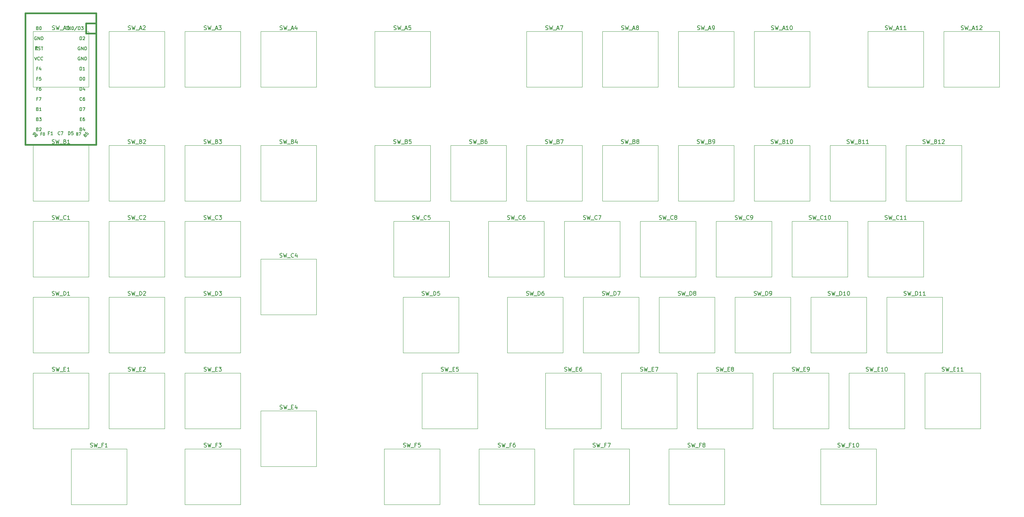
<source format=gto>
G04 #@! TF.GenerationSoftware,KiCad,Pcbnew,(5.1.4)-1*
G04 #@! TF.CreationDate,2019-10-25T22:15:33-04:00*
G04 #@! TF.ProjectId,Keyboard - Left,4b657962-6f61-4726-9420-2d204c656674,rev?*
G04 #@! TF.SameCoordinates,Original*
G04 #@! TF.FileFunction,Legend,Top*
G04 #@! TF.FilePolarity,Positive*
%FSLAX46Y46*%
G04 Gerber Fmt 4.6, Leading zero omitted, Abs format (unit mm)*
G04 Created by KiCad (PCBNEW (5.1.4)-1) date 2019-10-25 22:15:33*
%MOMM*%
%LPD*%
G04 APERTURE LIST*
%ADD10C,0.120000*%
%ADD11C,0.381000*%
%ADD12C,0.150000*%
G04 APERTURE END LIST*
D10*
X30956250Y-33813750D02*
X44926250Y-33813750D01*
X44926250Y-33813750D02*
X44926250Y-47783750D01*
X44926250Y-47783750D02*
X30956250Y-47783750D01*
X30956250Y-47783750D02*
X30956250Y-33813750D01*
X50006250Y-33813750D02*
X63976250Y-33813750D01*
X63976250Y-33813750D02*
X63976250Y-47783750D01*
X63976250Y-47783750D02*
X50006250Y-47783750D01*
X50006250Y-47783750D02*
X50006250Y-33813750D01*
X69056250Y-47783750D02*
X69056250Y-33813750D01*
X83026250Y-47783750D02*
X69056250Y-47783750D01*
X83026250Y-33813750D02*
X83026250Y-47783750D01*
X69056250Y-33813750D02*
X83026250Y-33813750D01*
X88106250Y-33813750D02*
X102076250Y-33813750D01*
X102076250Y-33813750D02*
X102076250Y-47783750D01*
X102076250Y-47783750D02*
X88106250Y-47783750D01*
X88106250Y-47783750D02*
X88106250Y-33813750D01*
X116681250Y-47783750D02*
X116681250Y-33813750D01*
X130651250Y-47783750D02*
X116681250Y-47783750D01*
X130651250Y-33813750D02*
X130651250Y-47783750D01*
X116681250Y-33813750D02*
X130651250Y-33813750D01*
X154781250Y-33813750D02*
X168751250Y-33813750D01*
X168751250Y-33813750D02*
X168751250Y-47783750D01*
X168751250Y-47783750D02*
X154781250Y-47783750D01*
X154781250Y-47783750D02*
X154781250Y-33813750D01*
X173831250Y-33813750D02*
X187801250Y-33813750D01*
X187801250Y-33813750D02*
X187801250Y-47783750D01*
X187801250Y-47783750D02*
X173831250Y-47783750D01*
X173831250Y-47783750D02*
X173831250Y-33813750D01*
X192881250Y-47783750D02*
X192881250Y-33813750D01*
X206851250Y-47783750D02*
X192881250Y-47783750D01*
X206851250Y-33813750D02*
X206851250Y-47783750D01*
X192881250Y-33813750D02*
X206851250Y-33813750D01*
X211931250Y-47783750D02*
X211931250Y-33813750D01*
X225901250Y-47783750D02*
X211931250Y-47783750D01*
X225901250Y-33813750D02*
X225901250Y-47783750D01*
X211931250Y-33813750D02*
X225901250Y-33813750D01*
X240506250Y-47783750D02*
X240506250Y-33813750D01*
X254476250Y-47783750D02*
X240506250Y-47783750D01*
X254476250Y-33813750D02*
X254476250Y-47783750D01*
X240506250Y-33813750D02*
X254476250Y-33813750D01*
X259556250Y-33813750D02*
X273526250Y-33813750D01*
X273526250Y-33813750D02*
X273526250Y-47783750D01*
X273526250Y-47783750D02*
X259556250Y-47783750D01*
X259556250Y-47783750D02*
X259556250Y-33813750D01*
X30956250Y-76358750D02*
X30956250Y-62388750D01*
X44926250Y-76358750D02*
X30956250Y-76358750D01*
X44926250Y-62388750D02*
X44926250Y-76358750D01*
X30956250Y-62388750D02*
X44926250Y-62388750D01*
X50006250Y-62388750D02*
X63976250Y-62388750D01*
X63976250Y-62388750D02*
X63976250Y-76358750D01*
X63976250Y-76358750D02*
X50006250Y-76358750D01*
X50006250Y-76358750D02*
X50006250Y-62388750D01*
X69056250Y-76358750D02*
X69056250Y-62388750D01*
X83026250Y-76358750D02*
X69056250Y-76358750D01*
X83026250Y-62388750D02*
X83026250Y-76358750D01*
X69056250Y-62388750D02*
X83026250Y-62388750D01*
X88106250Y-76358750D02*
X88106250Y-62388750D01*
X102076250Y-76358750D02*
X88106250Y-76358750D01*
X102076250Y-62388750D02*
X102076250Y-76358750D01*
X88106250Y-62388750D02*
X102076250Y-62388750D01*
X116681250Y-62388750D02*
X130651250Y-62388750D01*
X130651250Y-62388750D02*
X130651250Y-76358750D01*
X130651250Y-76358750D02*
X116681250Y-76358750D01*
X116681250Y-76358750D02*
X116681250Y-62388750D01*
X135731250Y-62388750D02*
X149701250Y-62388750D01*
X149701250Y-62388750D02*
X149701250Y-76358750D01*
X149701250Y-76358750D02*
X135731250Y-76358750D01*
X135731250Y-76358750D02*
X135731250Y-62388750D01*
X154781250Y-76358750D02*
X154781250Y-62388750D01*
X168751250Y-76358750D02*
X154781250Y-76358750D01*
X168751250Y-62388750D02*
X168751250Y-76358750D01*
X154781250Y-62388750D02*
X168751250Y-62388750D01*
X173831250Y-76358750D02*
X173831250Y-62388750D01*
X187801250Y-76358750D02*
X173831250Y-76358750D01*
X187801250Y-62388750D02*
X187801250Y-76358750D01*
X173831250Y-62388750D02*
X187801250Y-62388750D01*
X192881250Y-62388750D02*
X206851250Y-62388750D01*
X206851250Y-62388750D02*
X206851250Y-76358750D01*
X206851250Y-76358750D02*
X192881250Y-76358750D01*
X192881250Y-76358750D02*
X192881250Y-62388750D01*
X211931250Y-62388750D02*
X225901250Y-62388750D01*
X225901250Y-62388750D02*
X225901250Y-76358750D01*
X225901250Y-76358750D02*
X211931250Y-76358750D01*
X211931250Y-76358750D02*
X211931250Y-62388750D01*
X230981250Y-62388750D02*
X244951250Y-62388750D01*
X244951250Y-62388750D02*
X244951250Y-76358750D01*
X244951250Y-76358750D02*
X230981250Y-76358750D01*
X230981250Y-76358750D02*
X230981250Y-62388750D01*
X250031250Y-76358750D02*
X250031250Y-62388750D01*
X264001250Y-76358750D02*
X250031250Y-76358750D01*
X264001250Y-62388750D02*
X264001250Y-76358750D01*
X250031250Y-62388750D02*
X264001250Y-62388750D01*
X30956250Y-81438750D02*
X44926250Y-81438750D01*
X44926250Y-81438750D02*
X44926250Y-95408750D01*
X44926250Y-95408750D02*
X30956250Y-95408750D01*
X30956250Y-95408750D02*
X30956250Y-81438750D01*
X50006250Y-81438750D02*
X63976250Y-81438750D01*
X63976250Y-81438750D02*
X63976250Y-95408750D01*
X63976250Y-95408750D02*
X50006250Y-95408750D01*
X50006250Y-95408750D02*
X50006250Y-81438750D01*
X69056250Y-95408750D02*
X69056250Y-81438750D01*
X83026250Y-95408750D02*
X69056250Y-95408750D01*
X83026250Y-81438750D02*
X83026250Y-95408750D01*
X69056250Y-81438750D02*
X83026250Y-81438750D01*
X88106250Y-104933750D02*
X88106250Y-90963750D01*
X102076250Y-104933750D02*
X88106250Y-104933750D01*
X102076250Y-90963750D02*
X102076250Y-104933750D01*
X88106250Y-90963750D02*
X102076250Y-90963750D01*
X121443750Y-81438750D02*
X135413750Y-81438750D01*
X135413750Y-81438750D02*
X135413750Y-95408750D01*
X135413750Y-95408750D02*
X121443750Y-95408750D01*
X121443750Y-95408750D02*
X121443750Y-81438750D01*
X145256250Y-95408750D02*
X145256250Y-81438750D01*
X159226250Y-95408750D02*
X145256250Y-95408750D01*
X159226250Y-81438750D02*
X159226250Y-95408750D01*
X145256250Y-81438750D02*
X159226250Y-81438750D01*
X164306250Y-81438750D02*
X178276250Y-81438750D01*
X178276250Y-81438750D02*
X178276250Y-95408750D01*
X178276250Y-95408750D02*
X164306250Y-95408750D01*
X164306250Y-95408750D02*
X164306250Y-81438750D01*
X183356250Y-95408750D02*
X183356250Y-81438750D01*
X197326250Y-95408750D02*
X183356250Y-95408750D01*
X197326250Y-81438750D02*
X197326250Y-95408750D01*
X183356250Y-81438750D02*
X197326250Y-81438750D01*
X202406250Y-95408750D02*
X202406250Y-81438750D01*
X216376250Y-95408750D02*
X202406250Y-95408750D01*
X216376250Y-81438750D02*
X216376250Y-95408750D01*
X202406250Y-81438750D02*
X216376250Y-81438750D01*
X221456250Y-95408750D02*
X221456250Y-81438750D01*
X235426250Y-95408750D02*
X221456250Y-95408750D01*
X235426250Y-81438750D02*
X235426250Y-95408750D01*
X221456250Y-81438750D02*
X235426250Y-81438750D01*
X240506250Y-95408750D02*
X240506250Y-81438750D01*
X254476250Y-95408750D02*
X240506250Y-95408750D01*
X254476250Y-81438750D02*
X254476250Y-95408750D01*
X240506250Y-81438750D02*
X254476250Y-81438750D01*
X30956250Y-100488750D02*
X44926250Y-100488750D01*
X44926250Y-100488750D02*
X44926250Y-114458750D01*
X44926250Y-114458750D02*
X30956250Y-114458750D01*
X30956250Y-114458750D02*
X30956250Y-100488750D01*
X50006250Y-100488750D02*
X63976250Y-100488750D01*
X63976250Y-100488750D02*
X63976250Y-114458750D01*
X63976250Y-114458750D02*
X50006250Y-114458750D01*
X50006250Y-114458750D02*
X50006250Y-100488750D01*
X69056250Y-100488750D02*
X83026250Y-100488750D01*
X83026250Y-100488750D02*
X83026250Y-114458750D01*
X83026250Y-114458750D02*
X69056250Y-114458750D01*
X69056250Y-114458750D02*
X69056250Y-100488750D01*
X123825000Y-100488750D02*
X137795000Y-100488750D01*
X137795000Y-100488750D02*
X137795000Y-114458750D01*
X137795000Y-114458750D02*
X123825000Y-114458750D01*
X123825000Y-114458750D02*
X123825000Y-100488750D01*
X150018750Y-100488750D02*
X163988750Y-100488750D01*
X163988750Y-100488750D02*
X163988750Y-114458750D01*
X163988750Y-114458750D02*
X150018750Y-114458750D01*
X150018750Y-114458750D02*
X150018750Y-100488750D01*
X169068750Y-114458750D02*
X169068750Y-100488750D01*
X183038750Y-114458750D02*
X169068750Y-114458750D01*
X183038750Y-100488750D02*
X183038750Y-114458750D01*
X169068750Y-100488750D02*
X183038750Y-100488750D01*
X188118750Y-114458750D02*
X188118750Y-100488750D01*
X202088750Y-114458750D02*
X188118750Y-114458750D01*
X202088750Y-100488750D02*
X202088750Y-114458750D01*
X188118750Y-100488750D02*
X202088750Y-100488750D01*
X207168750Y-100488750D02*
X221138750Y-100488750D01*
X221138750Y-100488750D02*
X221138750Y-114458750D01*
X221138750Y-114458750D02*
X207168750Y-114458750D01*
X207168750Y-114458750D02*
X207168750Y-100488750D01*
X226218750Y-100488750D02*
X240188750Y-100488750D01*
X240188750Y-100488750D02*
X240188750Y-114458750D01*
X240188750Y-114458750D02*
X226218750Y-114458750D01*
X226218750Y-114458750D02*
X226218750Y-100488750D01*
X245268750Y-100488750D02*
X259238750Y-100488750D01*
X259238750Y-100488750D02*
X259238750Y-114458750D01*
X259238750Y-114458750D02*
X245268750Y-114458750D01*
X245268750Y-114458750D02*
X245268750Y-100488750D01*
X30956250Y-119538750D02*
X44926250Y-119538750D01*
X44926250Y-119538750D02*
X44926250Y-133508750D01*
X44926250Y-133508750D02*
X30956250Y-133508750D01*
X30956250Y-133508750D02*
X30956250Y-119538750D01*
X50006250Y-119538750D02*
X63976250Y-119538750D01*
X63976250Y-119538750D02*
X63976250Y-133508750D01*
X63976250Y-133508750D02*
X50006250Y-133508750D01*
X50006250Y-133508750D02*
X50006250Y-119538750D01*
X69056250Y-133508750D02*
X69056250Y-119538750D01*
X83026250Y-133508750D02*
X69056250Y-133508750D01*
X83026250Y-119538750D02*
X83026250Y-133508750D01*
X69056250Y-119538750D02*
X83026250Y-119538750D01*
X88106250Y-129063750D02*
X102076250Y-129063750D01*
X102076250Y-129063750D02*
X102076250Y-143033750D01*
X102076250Y-143033750D02*
X88106250Y-143033750D01*
X88106250Y-143033750D02*
X88106250Y-129063750D01*
X128587500Y-119538750D02*
X142557500Y-119538750D01*
X142557500Y-119538750D02*
X142557500Y-133508750D01*
X142557500Y-133508750D02*
X128587500Y-133508750D01*
X128587500Y-133508750D02*
X128587500Y-119538750D01*
X159543750Y-133508750D02*
X159543750Y-119538750D01*
X173513750Y-133508750D02*
X159543750Y-133508750D01*
X173513750Y-119538750D02*
X173513750Y-133508750D01*
X159543750Y-119538750D02*
X173513750Y-119538750D01*
X178593750Y-119538750D02*
X192563750Y-119538750D01*
X192563750Y-119538750D02*
X192563750Y-133508750D01*
X192563750Y-133508750D02*
X178593750Y-133508750D01*
X178593750Y-133508750D02*
X178593750Y-119538750D01*
X197643750Y-119538750D02*
X211613750Y-119538750D01*
X211613750Y-119538750D02*
X211613750Y-133508750D01*
X211613750Y-133508750D02*
X197643750Y-133508750D01*
X197643750Y-133508750D02*
X197643750Y-119538750D01*
X216693750Y-133508750D02*
X216693750Y-119538750D01*
X230663750Y-133508750D02*
X216693750Y-133508750D01*
X230663750Y-119538750D02*
X230663750Y-133508750D01*
X216693750Y-119538750D02*
X230663750Y-119538750D01*
X235743750Y-133508750D02*
X235743750Y-119538750D01*
X249713750Y-133508750D02*
X235743750Y-133508750D01*
X249713750Y-119538750D02*
X249713750Y-133508750D01*
X235743750Y-119538750D02*
X249713750Y-119538750D01*
X254793750Y-133508750D02*
X254793750Y-119538750D01*
X268763750Y-133508750D02*
X254793750Y-133508750D01*
X268763750Y-119538750D02*
X268763750Y-133508750D01*
X254793750Y-119538750D02*
X268763750Y-119538750D01*
X40481250Y-138588750D02*
X54451250Y-138588750D01*
X54451250Y-138588750D02*
X54451250Y-152558750D01*
X54451250Y-152558750D02*
X40481250Y-152558750D01*
X40481250Y-152558750D02*
X40481250Y-138588750D01*
X69056250Y-152558750D02*
X69056250Y-138588750D01*
X83026250Y-152558750D02*
X69056250Y-152558750D01*
X83026250Y-138588750D02*
X83026250Y-152558750D01*
X69056250Y-138588750D02*
X83026250Y-138588750D01*
X119062500Y-138588750D02*
X133032500Y-138588750D01*
X133032500Y-138588750D02*
X133032500Y-152558750D01*
X133032500Y-152558750D02*
X119062500Y-152558750D01*
X119062500Y-152558750D02*
X119062500Y-138588750D01*
X142875000Y-152558750D02*
X142875000Y-138588750D01*
X156845000Y-152558750D02*
X142875000Y-152558750D01*
X156845000Y-138588750D02*
X156845000Y-152558750D01*
X142875000Y-138588750D02*
X156845000Y-138588750D01*
X166687500Y-138588750D02*
X180657500Y-138588750D01*
X180657500Y-138588750D02*
X180657500Y-152558750D01*
X180657500Y-152558750D02*
X166687500Y-152558750D01*
X166687500Y-152558750D02*
X166687500Y-138588750D01*
X190500000Y-152558750D02*
X190500000Y-138588750D01*
X204470000Y-152558750D02*
X190500000Y-152558750D01*
X204470000Y-138588750D02*
X204470000Y-152558750D01*
X190500000Y-138588750D02*
X204470000Y-138588750D01*
X228600000Y-138588750D02*
X242570000Y-138588750D01*
X242570000Y-138588750D02*
X242570000Y-152558750D01*
X242570000Y-152558750D02*
X228600000Y-152558750D01*
X228600000Y-152558750D02*
X228600000Y-138588750D01*
D11*
X44196000Y-34290000D02*
X46736000Y-34290000D01*
X44196000Y-31750000D02*
X44196000Y-34290000D01*
D12*
G36*
X31801365Y-38039030D02*
G01*
X31801365Y-38139030D01*
X31701365Y-38139030D01*
X31701365Y-38039030D01*
X31801365Y-38039030D01*
G37*
X31801365Y-38039030D02*
X31801365Y-38139030D01*
X31701365Y-38139030D01*
X31701365Y-38039030D01*
X31801365Y-38039030D01*
G36*
X31601365Y-37639030D02*
G01*
X31601365Y-38439030D01*
X31501365Y-38439030D01*
X31501365Y-37639030D01*
X31601365Y-37639030D01*
G37*
X31601365Y-37639030D02*
X31601365Y-38439030D01*
X31501365Y-38439030D01*
X31501365Y-37639030D01*
X31601365Y-37639030D01*
G36*
X32001365Y-38239030D02*
G01*
X32001365Y-38439030D01*
X31901365Y-38439030D01*
X31901365Y-38239030D01*
X32001365Y-38239030D01*
G37*
X32001365Y-38239030D02*
X32001365Y-38439030D01*
X31901365Y-38439030D01*
X31901365Y-38239030D01*
X32001365Y-38239030D01*
G36*
X32001365Y-37639030D02*
G01*
X32001365Y-37939030D01*
X31901365Y-37939030D01*
X31901365Y-37639030D01*
X32001365Y-37639030D01*
G37*
X32001365Y-37639030D02*
X32001365Y-37939030D01*
X31901365Y-37939030D01*
X31901365Y-37639030D01*
X32001365Y-37639030D01*
G36*
X32001365Y-37639030D02*
G01*
X32001365Y-37739030D01*
X31501365Y-37739030D01*
X31501365Y-37639030D01*
X32001365Y-37639030D01*
G37*
X32001365Y-37639030D02*
X32001365Y-37739030D01*
X31501365Y-37739030D01*
X31501365Y-37639030D01*
X32001365Y-37639030D01*
D11*
X28956000Y-62230000D02*
X28956000Y-29210000D01*
X46736000Y-62230000D02*
X28956000Y-62230000D01*
X46736000Y-29210000D02*
X46736000Y-62230000D01*
X28956000Y-29210000D02*
X46736000Y-29210000D01*
X44196000Y-31750000D02*
X46736000Y-31750000D01*
D12*
X35798392Y-33329511D02*
X35941250Y-33377130D01*
X36179345Y-33377130D01*
X36274583Y-33329511D01*
X36322202Y-33281892D01*
X36369821Y-33186654D01*
X36369821Y-33091416D01*
X36322202Y-32996178D01*
X36274583Y-32948559D01*
X36179345Y-32900940D01*
X35988869Y-32853321D01*
X35893630Y-32805702D01*
X35846011Y-32758083D01*
X35798392Y-32662845D01*
X35798392Y-32567607D01*
X35846011Y-32472369D01*
X35893630Y-32424750D01*
X35988869Y-32377130D01*
X36226964Y-32377130D01*
X36369821Y-32424750D01*
X36703154Y-32377130D02*
X36941250Y-33377130D01*
X37131726Y-32662845D01*
X37322202Y-33377130D01*
X37560297Y-32377130D01*
X37703154Y-33472369D02*
X38465059Y-33472369D01*
X38655535Y-33091416D02*
X39131726Y-33091416D01*
X38560297Y-33377130D02*
X38893630Y-32377130D01*
X39226964Y-33377130D01*
X40084107Y-33377130D02*
X39512678Y-33377130D01*
X39798392Y-33377130D02*
X39798392Y-32377130D01*
X39703154Y-32519988D01*
X39607916Y-32615226D01*
X39512678Y-32662845D01*
X54848392Y-33329511D02*
X54991250Y-33377130D01*
X55229345Y-33377130D01*
X55324583Y-33329511D01*
X55372202Y-33281892D01*
X55419821Y-33186654D01*
X55419821Y-33091416D01*
X55372202Y-32996178D01*
X55324583Y-32948559D01*
X55229345Y-32900940D01*
X55038869Y-32853321D01*
X54943630Y-32805702D01*
X54896011Y-32758083D01*
X54848392Y-32662845D01*
X54848392Y-32567607D01*
X54896011Y-32472369D01*
X54943630Y-32424750D01*
X55038869Y-32377130D01*
X55276964Y-32377130D01*
X55419821Y-32424750D01*
X55753154Y-32377130D02*
X55991250Y-33377130D01*
X56181726Y-32662845D01*
X56372202Y-33377130D01*
X56610297Y-32377130D01*
X56753154Y-33472369D02*
X57515059Y-33472369D01*
X57705535Y-33091416D02*
X58181726Y-33091416D01*
X57610297Y-33377130D02*
X57943630Y-32377130D01*
X58276964Y-33377130D01*
X58562678Y-32472369D02*
X58610297Y-32424750D01*
X58705535Y-32377130D01*
X58943630Y-32377130D01*
X59038869Y-32424750D01*
X59086488Y-32472369D01*
X59134107Y-32567607D01*
X59134107Y-32662845D01*
X59086488Y-32805702D01*
X58515059Y-33377130D01*
X59134107Y-33377130D01*
X73898392Y-33329511D02*
X74041250Y-33377130D01*
X74279345Y-33377130D01*
X74374583Y-33329511D01*
X74422202Y-33281892D01*
X74469821Y-33186654D01*
X74469821Y-33091416D01*
X74422202Y-32996178D01*
X74374583Y-32948559D01*
X74279345Y-32900940D01*
X74088869Y-32853321D01*
X73993630Y-32805702D01*
X73946011Y-32758083D01*
X73898392Y-32662845D01*
X73898392Y-32567607D01*
X73946011Y-32472369D01*
X73993630Y-32424750D01*
X74088869Y-32377130D01*
X74326964Y-32377130D01*
X74469821Y-32424750D01*
X74803154Y-32377130D02*
X75041250Y-33377130D01*
X75231726Y-32662845D01*
X75422202Y-33377130D01*
X75660297Y-32377130D01*
X75803154Y-33472369D02*
X76565059Y-33472369D01*
X76755535Y-33091416D02*
X77231726Y-33091416D01*
X76660297Y-33377130D02*
X76993630Y-32377130D01*
X77326964Y-33377130D01*
X77565059Y-32377130D02*
X78184107Y-32377130D01*
X77850773Y-32758083D01*
X77993630Y-32758083D01*
X78088869Y-32805702D01*
X78136488Y-32853321D01*
X78184107Y-32948559D01*
X78184107Y-33186654D01*
X78136488Y-33281892D01*
X78088869Y-33329511D01*
X77993630Y-33377130D01*
X77707916Y-33377130D01*
X77612678Y-33329511D01*
X77565059Y-33281892D01*
X92948392Y-33329511D02*
X93091250Y-33377130D01*
X93329345Y-33377130D01*
X93424583Y-33329511D01*
X93472202Y-33281892D01*
X93519821Y-33186654D01*
X93519821Y-33091416D01*
X93472202Y-32996178D01*
X93424583Y-32948559D01*
X93329345Y-32900940D01*
X93138869Y-32853321D01*
X93043630Y-32805702D01*
X92996011Y-32758083D01*
X92948392Y-32662845D01*
X92948392Y-32567607D01*
X92996011Y-32472369D01*
X93043630Y-32424750D01*
X93138869Y-32377130D01*
X93376964Y-32377130D01*
X93519821Y-32424750D01*
X93853154Y-32377130D02*
X94091250Y-33377130D01*
X94281726Y-32662845D01*
X94472202Y-33377130D01*
X94710297Y-32377130D01*
X94853154Y-33472369D02*
X95615059Y-33472369D01*
X95805535Y-33091416D02*
X96281726Y-33091416D01*
X95710297Y-33377130D02*
X96043630Y-32377130D01*
X96376964Y-33377130D01*
X97138869Y-32710464D02*
X97138869Y-33377130D01*
X96900773Y-32329511D02*
X96662678Y-33043797D01*
X97281726Y-33043797D01*
X121523392Y-33329511D02*
X121666250Y-33377130D01*
X121904345Y-33377130D01*
X121999583Y-33329511D01*
X122047202Y-33281892D01*
X122094821Y-33186654D01*
X122094821Y-33091416D01*
X122047202Y-32996178D01*
X121999583Y-32948559D01*
X121904345Y-32900940D01*
X121713869Y-32853321D01*
X121618630Y-32805702D01*
X121571011Y-32758083D01*
X121523392Y-32662845D01*
X121523392Y-32567607D01*
X121571011Y-32472369D01*
X121618630Y-32424750D01*
X121713869Y-32377130D01*
X121951964Y-32377130D01*
X122094821Y-32424750D01*
X122428154Y-32377130D02*
X122666250Y-33377130D01*
X122856726Y-32662845D01*
X123047202Y-33377130D01*
X123285297Y-32377130D01*
X123428154Y-33472369D02*
X124190059Y-33472369D01*
X124380535Y-33091416D02*
X124856726Y-33091416D01*
X124285297Y-33377130D02*
X124618630Y-32377130D01*
X124951964Y-33377130D01*
X125761488Y-32377130D02*
X125285297Y-32377130D01*
X125237678Y-32853321D01*
X125285297Y-32805702D01*
X125380535Y-32758083D01*
X125618630Y-32758083D01*
X125713869Y-32805702D01*
X125761488Y-32853321D01*
X125809107Y-32948559D01*
X125809107Y-33186654D01*
X125761488Y-33281892D01*
X125713869Y-33329511D01*
X125618630Y-33377130D01*
X125380535Y-33377130D01*
X125285297Y-33329511D01*
X125237678Y-33281892D01*
X159623392Y-33329511D02*
X159766250Y-33377130D01*
X160004345Y-33377130D01*
X160099583Y-33329511D01*
X160147202Y-33281892D01*
X160194821Y-33186654D01*
X160194821Y-33091416D01*
X160147202Y-32996178D01*
X160099583Y-32948559D01*
X160004345Y-32900940D01*
X159813869Y-32853321D01*
X159718630Y-32805702D01*
X159671011Y-32758083D01*
X159623392Y-32662845D01*
X159623392Y-32567607D01*
X159671011Y-32472369D01*
X159718630Y-32424750D01*
X159813869Y-32377130D01*
X160051964Y-32377130D01*
X160194821Y-32424750D01*
X160528154Y-32377130D02*
X160766250Y-33377130D01*
X160956726Y-32662845D01*
X161147202Y-33377130D01*
X161385297Y-32377130D01*
X161528154Y-33472369D02*
X162290059Y-33472369D01*
X162480535Y-33091416D02*
X162956726Y-33091416D01*
X162385297Y-33377130D02*
X162718630Y-32377130D01*
X163051964Y-33377130D01*
X163290059Y-32377130D02*
X163956726Y-32377130D01*
X163528154Y-33377130D01*
X178673392Y-33329511D02*
X178816250Y-33377130D01*
X179054345Y-33377130D01*
X179149583Y-33329511D01*
X179197202Y-33281892D01*
X179244821Y-33186654D01*
X179244821Y-33091416D01*
X179197202Y-32996178D01*
X179149583Y-32948559D01*
X179054345Y-32900940D01*
X178863869Y-32853321D01*
X178768630Y-32805702D01*
X178721011Y-32758083D01*
X178673392Y-32662845D01*
X178673392Y-32567607D01*
X178721011Y-32472369D01*
X178768630Y-32424750D01*
X178863869Y-32377130D01*
X179101964Y-32377130D01*
X179244821Y-32424750D01*
X179578154Y-32377130D02*
X179816250Y-33377130D01*
X180006726Y-32662845D01*
X180197202Y-33377130D01*
X180435297Y-32377130D01*
X180578154Y-33472369D02*
X181340059Y-33472369D01*
X181530535Y-33091416D02*
X182006726Y-33091416D01*
X181435297Y-33377130D02*
X181768630Y-32377130D01*
X182101964Y-33377130D01*
X182578154Y-32805702D02*
X182482916Y-32758083D01*
X182435297Y-32710464D01*
X182387678Y-32615226D01*
X182387678Y-32567607D01*
X182435297Y-32472369D01*
X182482916Y-32424750D01*
X182578154Y-32377130D01*
X182768630Y-32377130D01*
X182863869Y-32424750D01*
X182911488Y-32472369D01*
X182959107Y-32567607D01*
X182959107Y-32615226D01*
X182911488Y-32710464D01*
X182863869Y-32758083D01*
X182768630Y-32805702D01*
X182578154Y-32805702D01*
X182482916Y-32853321D01*
X182435297Y-32900940D01*
X182387678Y-32996178D01*
X182387678Y-33186654D01*
X182435297Y-33281892D01*
X182482916Y-33329511D01*
X182578154Y-33377130D01*
X182768630Y-33377130D01*
X182863869Y-33329511D01*
X182911488Y-33281892D01*
X182959107Y-33186654D01*
X182959107Y-32996178D01*
X182911488Y-32900940D01*
X182863869Y-32853321D01*
X182768630Y-32805702D01*
X197723392Y-33329511D02*
X197866250Y-33377130D01*
X198104345Y-33377130D01*
X198199583Y-33329511D01*
X198247202Y-33281892D01*
X198294821Y-33186654D01*
X198294821Y-33091416D01*
X198247202Y-32996178D01*
X198199583Y-32948559D01*
X198104345Y-32900940D01*
X197913869Y-32853321D01*
X197818630Y-32805702D01*
X197771011Y-32758083D01*
X197723392Y-32662845D01*
X197723392Y-32567607D01*
X197771011Y-32472369D01*
X197818630Y-32424750D01*
X197913869Y-32377130D01*
X198151964Y-32377130D01*
X198294821Y-32424750D01*
X198628154Y-32377130D02*
X198866250Y-33377130D01*
X199056726Y-32662845D01*
X199247202Y-33377130D01*
X199485297Y-32377130D01*
X199628154Y-33472369D02*
X200390059Y-33472369D01*
X200580535Y-33091416D02*
X201056726Y-33091416D01*
X200485297Y-33377130D02*
X200818630Y-32377130D01*
X201151964Y-33377130D01*
X201532916Y-33377130D02*
X201723392Y-33377130D01*
X201818630Y-33329511D01*
X201866250Y-33281892D01*
X201961488Y-33139035D01*
X202009107Y-32948559D01*
X202009107Y-32567607D01*
X201961488Y-32472369D01*
X201913869Y-32424750D01*
X201818630Y-32377130D01*
X201628154Y-32377130D01*
X201532916Y-32424750D01*
X201485297Y-32472369D01*
X201437678Y-32567607D01*
X201437678Y-32805702D01*
X201485297Y-32900940D01*
X201532916Y-32948559D01*
X201628154Y-32996178D01*
X201818630Y-32996178D01*
X201913869Y-32948559D01*
X201961488Y-32900940D01*
X202009107Y-32805702D01*
X216297202Y-33329511D02*
X216440059Y-33377130D01*
X216678154Y-33377130D01*
X216773392Y-33329511D01*
X216821011Y-33281892D01*
X216868630Y-33186654D01*
X216868630Y-33091416D01*
X216821011Y-32996178D01*
X216773392Y-32948559D01*
X216678154Y-32900940D01*
X216487678Y-32853321D01*
X216392440Y-32805702D01*
X216344821Y-32758083D01*
X216297202Y-32662845D01*
X216297202Y-32567607D01*
X216344821Y-32472369D01*
X216392440Y-32424750D01*
X216487678Y-32377130D01*
X216725773Y-32377130D01*
X216868630Y-32424750D01*
X217201964Y-32377130D02*
X217440059Y-33377130D01*
X217630535Y-32662845D01*
X217821011Y-33377130D01*
X218059107Y-32377130D01*
X218201964Y-33472369D02*
X218963869Y-33472369D01*
X219154345Y-33091416D02*
X219630535Y-33091416D01*
X219059107Y-33377130D02*
X219392440Y-32377130D01*
X219725773Y-33377130D01*
X220582916Y-33377130D02*
X220011488Y-33377130D01*
X220297202Y-33377130D02*
X220297202Y-32377130D01*
X220201964Y-32519988D01*
X220106726Y-32615226D01*
X220011488Y-32662845D01*
X221201964Y-32377130D02*
X221297202Y-32377130D01*
X221392440Y-32424750D01*
X221440059Y-32472369D01*
X221487678Y-32567607D01*
X221535297Y-32758083D01*
X221535297Y-32996178D01*
X221487678Y-33186654D01*
X221440059Y-33281892D01*
X221392440Y-33329511D01*
X221297202Y-33377130D01*
X221201964Y-33377130D01*
X221106726Y-33329511D01*
X221059107Y-33281892D01*
X221011488Y-33186654D01*
X220963869Y-32996178D01*
X220963869Y-32758083D01*
X221011488Y-32567607D01*
X221059107Y-32472369D01*
X221106726Y-32424750D01*
X221201964Y-32377130D01*
X244872202Y-33329511D02*
X245015059Y-33377130D01*
X245253154Y-33377130D01*
X245348392Y-33329511D01*
X245396011Y-33281892D01*
X245443630Y-33186654D01*
X245443630Y-33091416D01*
X245396011Y-32996178D01*
X245348392Y-32948559D01*
X245253154Y-32900940D01*
X245062678Y-32853321D01*
X244967440Y-32805702D01*
X244919821Y-32758083D01*
X244872202Y-32662845D01*
X244872202Y-32567607D01*
X244919821Y-32472369D01*
X244967440Y-32424750D01*
X245062678Y-32377130D01*
X245300773Y-32377130D01*
X245443630Y-32424750D01*
X245776964Y-32377130D02*
X246015059Y-33377130D01*
X246205535Y-32662845D01*
X246396011Y-33377130D01*
X246634107Y-32377130D01*
X246776964Y-33472369D02*
X247538869Y-33472369D01*
X247729345Y-33091416D02*
X248205535Y-33091416D01*
X247634107Y-33377130D02*
X247967440Y-32377130D01*
X248300773Y-33377130D01*
X249157916Y-33377130D02*
X248586488Y-33377130D01*
X248872202Y-33377130D02*
X248872202Y-32377130D01*
X248776964Y-32519988D01*
X248681726Y-32615226D01*
X248586488Y-32662845D01*
X250110297Y-33377130D02*
X249538869Y-33377130D01*
X249824583Y-33377130D02*
X249824583Y-32377130D01*
X249729345Y-32519988D01*
X249634107Y-32615226D01*
X249538869Y-32662845D01*
X263922202Y-33329511D02*
X264065059Y-33377130D01*
X264303154Y-33377130D01*
X264398392Y-33329511D01*
X264446011Y-33281892D01*
X264493630Y-33186654D01*
X264493630Y-33091416D01*
X264446011Y-32996178D01*
X264398392Y-32948559D01*
X264303154Y-32900940D01*
X264112678Y-32853321D01*
X264017440Y-32805702D01*
X263969821Y-32758083D01*
X263922202Y-32662845D01*
X263922202Y-32567607D01*
X263969821Y-32472369D01*
X264017440Y-32424750D01*
X264112678Y-32377130D01*
X264350773Y-32377130D01*
X264493630Y-32424750D01*
X264826964Y-32377130D02*
X265065059Y-33377130D01*
X265255535Y-32662845D01*
X265446011Y-33377130D01*
X265684107Y-32377130D01*
X265826964Y-33472369D02*
X266588869Y-33472369D01*
X266779345Y-33091416D02*
X267255535Y-33091416D01*
X266684107Y-33377130D02*
X267017440Y-32377130D01*
X267350773Y-33377130D01*
X268207916Y-33377130D02*
X267636488Y-33377130D01*
X267922202Y-33377130D02*
X267922202Y-32377130D01*
X267826964Y-32519988D01*
X267731726Y-32615226D01*
X267636488Y-32662845D01*
X268588869Y-32472369D02*
X268636488Y-32424750D01*
X268731726Y-32377130D01*
X268969821Y-32377130D01*
X269065059Y-32424750D01*
X269112678Y-32472369D01*
X269160297Y-32567607D01*
X269160297Y-32662845D01*
X269112678Y-32805702D01*
X268541250Y-33377130D01*
X269160297Y-33377130D01*
X35726964Y-61904511D02*
X35869821Y-61952130D01*
X36107916Y-61952130D01*
X36203154Y-61904511D01*
X36250773Y-61856892D01*
X36298392Y-61761654D01*
X36298392Y-61666416D01*
X36250773Y-61571178D01*
X36203154Y-61523559D01*
X36107916Y-61475940D01*
X35917440Y-61428321D01*
X35822202Y-61380702D01*
X35774583Y-61333083D01*
X35726964Y-61237845D01*
X35726964Y-61142607D01*
X35774583Y-61047369D01*
X35822202Y-60999750D01*
X35917440Y-60952130D01*
X36155535Y-60952130D01*
X36298392Y-60999750D01*
X36631726Y-60952130D02*
X36869821Y-61952130D01*
X37060297Y-61237845D01*
X37250773Y-61952130D01*
X37488869Y-60952130D01*
X37631726Y-62047369D02*
X38393630Y-62047369D01*
X38965059Y-61428321D02*
X39107916Y-61475940D01*
X39155535Y-61523559D01*
X39203154Y-61618797D01*
X39203154Y-61761654D01*
X39155535Y-61856892D01*
X39107916Y-61904511D01*
X39012678Y-61952130D01*
X38631726Y-61952130D01*
X38631726Y-60952130D01*
X38965059Y-60952130D01*
X39060297Y-60999750D01*
X39107916Y-61047369D01*
X39155535Y-61142607D01*
X39155535Y-61237845D01*
X39107916Y-61333083D01*
X39060297Y-61380702D01*
X38965059Y-61428321D01*
X38631726Y-61428321D01*
X40155535Y-61952130D02*
X39584107Y-61952130D01*
X39869821Y-61952130D02*
X39869821Y-60952130D01*
X39774583Y-61094988D01*
X39679345Y-61190226D01*
X39584107Y-61237845D01*
X54776964Y-61904511D02*
X54919821Y-61952130D01*
X55157916Y-61952130D01*
X55253154Y-61904511D01*
X55300773Y-61856892D01*
X55348392Y-61761654D01*
X55348392Y-61666416D01*
X55300773Y-61571178D01*
X55253154Y-61523559D01*
X55157916Y-61475940D01*
X54967440Y-61428321D01*
X54872202Y-61380702D01*
X54824583Y-61333083D01*
X54776964Y-61237845D01*
X54776964Y-61142607D01*
X54824583Y-61047369D01*
X54872202Y-60999750D01*
X54967440Y-60952130D01*
X55205535Y-60952130D01*
X55348392Y-60999750D01*
X55681726Y-60952130D02*
X55919821Y-61952130D01*
X56110297Y-61237845D01*
X56300773Y-61952130D01*
X56538869Y-60952130D01*
X56681726Y-62047369D02*
X57443630Y-62047369D01*
X58015059Y-61428321D02*
X58157916Y-61475940D01*
X58205535Y-61523559D01*
X58253154Y-61618797D01*
X58253154Y-61761654D01*
X58205535Y-61856892D01*
X58157916Y-61904511D01*
X58062678Y-61952130D01*
X57681726Y-61952130D01*
X57681726Y-60952130D01*
X58015059Y-60952130D01*
X58110297Y-60999750D01*
X58157916Y-61047369D01*
X58205535Y-61142607D01*
X58205535Y-61237845D01*
X58157916Y-61333083D01*
X58110297Y-61380702D01*
X58015059Y-61428321D01*
X57681726Y-61428321D01*
X58634107Y-61047369D02*
X58681726Y-60999750D01*
X58776964Y-60952130D01*
X59015059Y-60952130D01*
X59110297Y-60999750D01*
X59157916Y-61047369D01*
X59205535Y-61142607D01*
X59205535Y-61237845D01*
X59157916Y-61380702D01*
X58586488Y-61952130D01*
X59205535Y-61952130D01*
X73826964Y-61904511D02*
X73969821Y-61952130D01*
X74207916Y-61952130D01*
X74303154Y-61904511D01*
X74350773Y-61856892D01*
X74398392Y-61761654D01*
X74398392Y-61666416D01*
X74350773Y-61571178D01*
X74303154Y-61523559D01*
X74207916Y-61475940D01*
X74017440Y-61428321D01*
X73922202Y-61380702D01*
X73874583Y-61333083D01*
X73826964Y-61237845D01*
X73826964Y-61142607D01*
X73874583Y-61047369D01*
X73922202Y-60999750D01*
X74017440Y-60952130D01*
X74255535Y-60952130D01*
X74398392Y-60999750D01*
X74731726Y-60952130D02*
X74969821Y-61952130D01*
X75160297Y-61237845D01*
X75350773Y-61952130D01*
X75588869Y-60952130D01*
X75731726Y-62047369D02*
X76493630Y-62047369D01*
X77065059Y-61428321D02*
X77207916Y-61475940D01*
X77255535Y-61523559D01*
X77303154Y-61618797D01*
X77303154Y-61761654D01*
X77255535Y-61856892D01*
X77207916Y-61904511D01*
X77112678Y-61952130D01*
X76731726Y-61952130D01*
X76731726Y-60952130D01*
X77065059Y-60952130D01*
X77160297Y-60999750D01*
X77207916Y-61047369D01*
X77255535Y-61142607D01*
X77255535Y-61237845D01*
X77207916Y-61333083D01*
X77160297Y-61380702D01*
X77065059Y-61428321D01*
X76731726Y-61428321D01*
X77636488Y-60952130D02*
X78255535Y-60952130D01*
X77922202Y-61333083D01*
X78065059Y-61333083D01*
X78160297Y-61380702D01*
X78207916Y-61428321D01*
X78255535Y-61523559D01*
X78255535Y-61761654D01*
X78207916Y-61856892D01*
X78160297Y-61904511D01*
X78065059Y-61952130D01*
X77779345Y-61952130D01*
X77684107Y-61904511D01*
X77636488Y-61856892D01*
X92876964Y-61904511D02*
X93019821Y-61952130D01*
X93257916Y-61952130D01*
X93353154Y-61904511D01*
X93400773Y-61856892D01*
X93448392Y-61761654D01*
X93448392Y-61666416D01*
X93400773Y-61571178D01*
X93353154Y-61523559D01*
X93257916Y-61475940D01*
X93067440Y-61428321D01*
X92972202Y-61380702D01*
X92924583Y-61333083D01*
X92876964Y-61237845D01*
X92876964Y-61142607D01*
X92924583Y-61047369D01*
X92972202Y-60999750D01*
X93067440Y-60952130D01*
X93305535Y-60952130D01*
X93448392Y-60999750D01*
X93781726Y-60952130D02*
X94019821Y-61952130D01*
X94210297Y-61237845D01*
X94400773Y-61952130D01*
X94638869Y-60952130D01*
X94781726Y-62047369D02*
X95543630Y-62047369D01*
X96115059Y-61428321D02*
X96257916Y-61475940D01*
X96305535Y-61523559D01*
X96353154Y-61618797D01*
X96353154Y-61761654D01*
X96305535Y-61856892D01*
X96257916Y-61904511D01*
X96162678Y-61952130D01*
X95781726Y-61952130D01*
X95781726Y-60952130D01*
X96115059Y-60952130D01*
X96210297Y-60999750D01*
X96257916Y-61047369D01*
X96305535Y-61142607D01*
X96305535Y-61237845D01*
X96257916Y-61333083D01*
X96210297Y-61380702D01*
X96115059Y-61428321D01*
X95781726Y-61428321D01*
X97210297Y-61285464D02*
X97210297Y-61952130D01*
X96972202Y-60904511D02*
X96734107Y-61618797D01*
X97353154Y-61618797D01*
X121451964Y-61904511D02*
X121594821Y-61952130D01*
X121832916Y-61952130D01*
X121928154Y-61904511D01*
X121975773Y-61856892D01*
X122023392Y-61761654D01*
X122023392Y-61666416D01*
X121975773Y-61571178D01*
X121928154Y-61523559D01*
X121832916Y-61475940D01*
X121642440Y-61428321D01*
X121547202Y-61380702D01*
X121499583Y-61333083D01*
X121451964Y-61237845D01*
X121451964Y-61142607D01*
X121499583Y-61047369D01*
X121547202Y-60999750D01*
X121642440Y-60952130D01*
X121880535Y-60952130D01*
X122023392Y-60999750D01*
X122356726Y-60952130D02*
X122594821Y-61952130D01*
X122785297Y-61237845D01*
X122975773Y-61952130D01*
X123213869Y-60952130D01*
X123356726Y-62047369D02*
X124118630Y-62047369D01*
X124690059Y-61428321D02*
X124832916Y-61475940D01*
X124880535Y-61523559D01*
X124928154Y-61618797D01*
X124928154Y-61761654D01*
X124880535Y-61856892D01*
X124832916Y-61904511D01*
X124737678Y-61952130D01*
X124356726Y-61952130D01*
X124356726Y-60952130D01*
X124690059Y-60952130D01*
X124785297Y-60999750D01*
X124832916Y-61047369D01*
X124880535Y-61142607D01*
X124880535Y-61237845D01*
X124832916Y-61333083D01*
X124785297Y-61380702D01*
X124690059Y-61428321D01*
X124356726Y-61428321D01*
X125832916Y-60952130D02*
X125356726Y-60952130D01*
X125309107Y-61428321D01*
X125356726Y-61380702D01*
X125451964Y-61333083D01*
X125690059Y-61333083D01*
X125785297Y-61380702D01*
X125832916Y-61428321D01*
X125880535Y-61523559D01*
X125880535Y-61761654D01*
X125832916Y-61856892D01*
X125785297Y-61904511D01*
X125690059Y-61952130D01*
X125451964Y-61952130D01*
X125356726Y-61904511D01*
X125309107Y-61856892D01*
X140501964Y-61904511D02*
X140644821Y-61952130D01*
X140882916Y-61952130D01*
X140978154Y-61904511D01*
X141025773Y-61856892D01*
X141073392Y-61761654D01*
X141073392Y-61666416D01*
X141025773Y-61571178D01*
X140978154Y-61523559D01*
X140882916Y-61475940D01*
X140692440Y-61428321D01*
X140597202Y-61380702D01*
X140549583Y-61333083D01*
X140501964Y-61237845D01*
X140501964Y-61142607D01*
X140549583Y-61047369D01*
X140597202Y-60999750D01*
X140692440Y-60952130D01*
X140930535Y-60952130D01*
X141073392Y-60999750D01*
X141406726Y-60952130D02*
X141644821Y-61952130D01*
X141835297Y-61237845D01*
X142025773Y-61952130D01*
X142263869Y-60952130D01*
X142406726Y-62047369D02*
X143168630Y-62047369D01*
X143740059Y-61428321D02*
X143882916Y-61475940D01*
X143930535Y-61523559D01*
X143978154Y-61618797D01*
X143978154Y-61761654D01*
X143930535Y-61856892D01*
X143882916Y-61904511D01*
X143787678Y-61952130D01*
X143406726Y-61952130D01*
X143406726Y-60952130D01*
X143740059Y-60952130D01*
X143835297Y-60999750D01*
X143882916Y-61047369D01*
X143930535Y-61142607D01*
X143930535Y-61237845D01*
X143882916Y-61333083D01*
X143835297Y-61380702D01*
X143740059Y-61428321D01*
X143406726Y-61428321D01*
X144835297Y-60952130D02*
X144644821Y-60952130D01*
X144549583Y-60999750D01*
X144501964Y-61047369D01*
X144406726Y-61190226D01*
X144359107Y-61380702D01*
X144359107Y-61761654D01*
X144406726Y-61856892D01*
X144454345Y-61904511D01*
X144549583Y-61952130D01*
X144740059Y-61952130D01*
X144835297Y-61904511D01*
X144882916Y-61856892D01*
X144930535Y-61761654D01*
X144930535Y-61523559D01*
X144882916Y-61428321D01*
X144835297Y-61380702D01*
X144740059Y-61333083D01*
X144549583Y-61333083D01*
X144454345Y-61380702D01*
X144406726Y-61428321D01*
X144359107Y-61523559D01*
X159551964Y-61904511D02*
X159694821Y-61952130D01*
X159932916Y-61952130D01*
X160028154Y-61904511D01*
X160075773Y-61856892D01*
X160123392Y-61761654D01*
X160123392Y-61666416D01*
X160075773Y-61571178D01*
X160028154Y-61523559D01*
X159932916Y-61475940D01*
X159742440Y-61428321D01*
X159647202Y-61380702D01*
X159599583Y-61333083D01*
X159551964Y-61237845D01*
X159551964Y-61142607D01*
X159599583Y-61047369D01*
X159647202Y-60999750D01*
X159742440Y-60952130D01*
X159980535Y-60952130D01*
X160123392Y-60999750D01*
X160456726Y-60952130D02*
X160694821Y-61952130D01*
X160885297Y-61237845D01*
X161075773Y-61952130D01*
X161313869Y-60952130D01*
X161456726Y-62047369D02*
X162218630Y-62047369D01*
X162790059Y-61428321D02*
X162932916Y-61475940D01*
X162980535Y-61523559D01*
X163028154Y-61618797D01*
X163028154Y-61761654D01*
X162980535Y-61856892D01*
X162932916Y-61904511D01*
X162837678Y-61952130D01*
X162456726Y-61952130D01*
X162456726Y-60952130D01*
X162790059Y-60952130D01*
X162885297Y-60999750D01*
X162932916Y-61047369D01*
X162980535Y-61142607D01*
X162980535Y-61237845D01*
X162932916Y-61333083D01*
X162885297Y-61380702D01*
X162790059Y-61428321D01*
X162456726Y-61428321D01*
X163361488Y-60952130D02*
X164028154Y-60952130D01*
X163599583Y-61952130D01*
X178601964Y-61904511D02*
X178744821Y-61952130D01*
X178982916Y-61952130D01*
X179078154Y-61904511D01*
X179125773Y-61856892D01*
X179173392Y-61761654D01*
X179173392Y-61666416D01*
X179125773Y-61571178D01*
X179078154Y-61523559D01*
X178982916Y-61475940D01*
X178792440Y-61428321D01*
X178697202Y-61380702D01*
X178649583Y-61333083D01*
X178601964Y-61237845D01*
X178601964Y-61142607D01*
X178649583Y-61047369D01*
X178697202Y-60999750D01*
X178792440Y-60952130D01*
X179030535Y-60952130D01*
X179173392Y-60999750D01*
X179506726Y-60952130D02*
X179744821Y-61952130D01*
X179935297Y-61237845D01*
X180125773Y-61952130D01*
X180363869Y-60952130D01*
X180506726Y-62047369D02*
X181268630Y-62047369D01*
X181840059Y-61428321D02*
X181982916Y-61475940D01*
X182030535Y-61523559D01*
X182078154Y-61618797D01*
X182078154Y-61761654D01*
X182030535Y-61856892D01*
X181982916Y-61904511D01*
X181887678Y-61952130D01*
X181506726Y-61952130D01*
X181506726Y-60952130D01*
X181840059Y-60952130D01*
X181935297Y-60999750D01*
X181982916Y-61047369D01*
X182030535Y-61142607D01*
X182030535Y-61237845D01*
X181982916Y-61333083D01*
X181935297Y-61380702D01*
X181840059Y-61428321D01*
X181506726Y-61428321D01*
X182649583Y-61380702D02*
X182554345Y-61333083D01*
X182506726Y-61285464D01*
X182459107Y-61190226D01*
X182459107Y-61142607D01*
X182506726Y-61047369D01*
X182554345Y-60999750D01*
X182649583Y-60952130D01*
X182840059Y-60952130D01*
X182935297Y-60999750D01*
X182982916Y-61047369D01*
X183030535Y-61142607D01*
X183030535Y-61190226D01*
X182982916Y-61285464D01*
X182935297Y-61333083D01*
X182840059Y-61380702D01*
X182649583Y-61380702D01*
X182554345Y-61428321D01*
X182506726Y-61475940D01*
X182459107Y-61571178D01*
X182459107Y-61761654D01*
X182506726Y-61856892D01*
X182554345Y-61904511D01*
X182649583Y-61952130D01*
X182840059Y-61952130D01*
X182935297Y-61904511D01*
X182982916Y-61856892D01*
X183030535Y-61761654D01*
X183030535Y-61571178D01*
X182982916Y-61475940D01*
X182935297Y-61428321D01*
X182840059Y-61380702D01*
X197651964Y-61904511D02*
X197794821Y-61952130D01*
X198032916Y-61952130D01*
X198128154Y-61904511D01*
X198175773Y-61856892D01*
X198223392Y-61761654D01*
X198223392Y-61666416D01*
X198175773Y-61571178D01*
X198128154Y-61523559D01*
X198032916Y-61475940D01*
X197842440Y-61428321D01*
X197747202Y-61380702D01*
X197699583Y-61333083D01*
X197651964Y-61237845D01*
X197651964Y-61142607D01*
X197699583Y-61047369D01*
X197747202Y-60999750D01*
X197842440Y-60952130D01*
X198080535Y-60952130D01*
X198223392Y-60999750D01*
X198556726Y-60952130D02*
X198794821Y-61952130D01*
X198985297Y-61237845D01*
X199175773Y-61952130D01*
X199413869Y-60952130D01*
X199556726Y-62047369D02*
X200318630Y-62047369D01*
X200890059Y-61428321D02*
X201032916Y-61475940D01*
X201080535Y-61523559D01*
X201128154Y-61618797D01*
X201128154Y-61761654D01*
X201080535Y-61856892D01*
X201032916Y-61904511D01*
X200937678Y-61952130D01*
X200556726Y-61952130D01*
X200556726Y-60952130D01*
X200890059Y-60952130D01*
X200985297Y-60999750D01*
X201032916Y-61047369D01*
X201080535Y-61142607D01*
X201080535Y-61237845D01*
X201032916Y-61333083D01*
X200985297Y-61380702D01*
X200890059Y-61428321D01*
X200556726Y-61428321D01*
X201604345Y-61952130D02*
X201794821Y-61952130D01*
X201890059Y-61904511D01*
X201937678Y-61856892D01*
X202032916Y-61714035D01*
X202080535Y-61523559D01*
X202080535Y-61142607D01*
X202032916Y-61047369D01*
X201985297Y-60999750D01*
X201890059Y-60952130D01*
X201699583Y-60952130D01*
X201604345Y-60999750D01*
X201556726Y-61047369D01*
X201509107Y-61142607D01*
X201509107Y-61380702D01*
X201556726Y-61475940D01*
X201604345Y-61523559D01*
X201699583Y-61571178D01*
X201890059Y-61571178D01*
X201985297Y-61523559D01*
X202032916Y-61475940D01*
X202080535Y-61380702D01*
X216225773Y-61904511D02*
X216368630Y-61952130D01*
X216606726Y-61952130D01*
X216701964Y-61904511D01*
X216749583Y-61856892D01*
X216797202Y-61761654D01*
X216797202Y-61666416D01*
X216749583Y-61571178D01*
X216701964Y-61523559D01*
X216606726Y-61475940D01*
X216416250Y-61428321D01*
X216321011Y-61380702D01*
X216273392Y-61333083D01*
X216225773Y-61237845D01*
X216225773Y-61142607D01*
X216273392Y-61047369D01*
X216321011Y-60999750D01*
X216416250Y-60952130D01*
X216654345Y-60952130D01*
X216797202Y-60999750D01*
X217130535Y-60952130D02*
X217368630Y-61952130D01*
X217559107Y-61237845D01*
X217749583Y-61952130D01*
X217987678Y-60952130D01*
X218130535Y-62047369D02*
X218892440Y-62047369D01*
X219463869Y-61428321D02*
X219606726Y-61475940D01*
X219654345Y-61523559D01*
X219701964Y-61618797D01*
X219701964Y-61761654D01*
X219654345Y-61856892D01*
X219606726Y-61904511D01*
X219511488Y-61952130D01*
X219130535Y-61952130D01*
X219130535Y-60952130D01*
X219463869Y-60952130D01*
X219559107Y-60999750D01*
X219606726Y-61047369D01*
X219654345Y-61142607D01*
X219654345Y-61237845D01*
X219606726Y-61333083D01*
X219559107Y-61380702D01*
X219463869Y-61428321D01*
X219130535Y-61428321D01*
X220654345Y-61952130D02*
X220082916Y-61952130D01*
X220368630Y-61952130D02*
X220368630Y-60952130D01*
X220273392Y-61094988D01*
X220178154Y-61190226D01*
X220082916Y-61237845D01*
X221273392Y-60952130D02*
X221368630Y-60952130D01*
X221463869Y-60999750D01*
X221511488Y-61047369D01*
X221559107Y-61142607D01*
X221606726Y-61333083D01*
X221606726Y-61571178D01*
X221559107Y-61761654D01*
X221511488Y-61856892D01*
X221463869Y-61904511D01*
X221368630Y-61952130D01*
X221273392Y-61952130D01*
X221178154Y-61904511D01*
X221130535Y-61856892D01*
X221082916Y-61761654D01*
X221035297Y-61571178D01*
X221035297Y-61333083D01*
X221082916Y-61142607D01*
X221130535Y-61047369D01*
X221178154Y-60999750D01*
X221273392Y-60952130D01*
X235275773Y-61904511D02*
X235418630Y-61952130D01*
X235656726Y-61952130D01*
X235751964Y-61904511D01*
X235799583Y-61856892D01*
X235847202Y-61761654D01*
X235847202Y-61666416D01*
X235799583Y-61571178D01*
X235751964Y-61523559D01*
X235656726Y-61475940D01*
X235466250Y-61428321D01*
X235371011Y-61380702D01*
X235323392Y-61333083D01*
X235275773Y-61237845D01*
X235275773Y-61142607D01*
X235323392Y-61047369D01*
X235371011Y-60999750D01*
X235466250Y-60952130D01*
X235704345Y-60952130D01*
X235847202Y-60999750D01*
X236180535Y-60952130D02*
X236418630Y-61952130D01*
X236609107Y-61237845D01*
X236799583Y-61952130D01*
X237037678Y-60952130D01*
X237180535Y-62047369D02*
X237942440Y-62047369D01*
X238513869Y-61428321D02*
X238656726Y-61475940D01*
X238704345Y-61523559D01*
X238751964Y-61618797D01*
X238751964Y-61761654D01*
X238704345Y-61856892D01*
X238656726Y-61904511D01*
X238561488Y-61952130D01*
X238180535Y-61952130D01*
X238180535Y-60952130D01*
X238513869Y-60952130D01*
X238609107Y-60999750D01*
X238656726Y-61047369D01*
X238704345Y-61142607D01*
X238704345Y-61237845D01*
X238656726Y-61333083D01*
X238609107Y-61380702D01*
X238513869Y-61428321D01*
X238180535Y-61428321D01*
X239704345Y-61952130D02*
X239132916Y-61952130D01*
X239418630Y-61952130D02*
X239418630Y-60952130D01*
X239323392Y-61094988D01*
X239228154Y-61190226D01*
X239132916Y-61237845D01*
X240656726Y-61952130D02*
X240085297Y-61952130D01*
X240371011Y-61952130D02*
X240371011Y-60952130D01*
X240275773Y-61094988D01*
X240180535Y-61190226D01*
X240085297Y-61237845D01*
X254325773Y-61904511D02*
X254468630Y-61952130D01*
X254706726Y-61952130D01*
X254801964Y-61904511D01*
X254849583Y-61856892D01*
X254897202Y-61761654D01*
X254897202Y-61666416D01*
X254849583Y-61571178D01*
X254801964Y-61523559D01*
X254706726Y-61475940D01*
X254516250Y-61428321D01*
X254421011Y-61380702D01*
X254373392Y-61333083D01*
X254325773Y-61237845D01*
X254325773Y-61142607D01*
X254373392Y-61047369D01*
X254421011Y-60999750D01*
X254516250Y-60952130D01*
X254754345Y-60952130D01*
X254897202Y-60999750D01*
X255230535Y-60952130D02*
X255468630Y-61952130D01*
X255659107Y-61237845D01*
X255849583Y-61952130D01*
X256087678Y-60952130D01*
X256230535Y-62047369D02*
X256992440Y-62047369D01*
X257563869Y-61428321D02*
X257706726Y-61475940D01*
X257754345Y-61523559D01*
X257801964Y-61618797D01*
X257801964Y-61761654D01*
X257754345Y-61856892D01*
X257706726Y-61904511D01*
X257611488Y-61952130D01*
X257230535Y-61952130D01*
X257230535Y-60952130D01*
X257563869Y-60952130D01*
X257659107Y-60999750D01*
X257706726Y-61047369D01*
X257754345Y-61142607D01*
X257754345Y-61237845D01*
X257706726Y-61333083D01*
X257659107Y-61380702D01*
X257563869Y-61428321D01*
X257230535Y-61428321D01*
X258754345Y-61952130D02*
X258182916Y-61952130D01*
X258468630Y-61952130D02*
X258468630Y-60952130D01*
X258373392Y-61094988D01*
X258278154Y-61190226D01*
X258182916Y-61237845D01*
X259135297Y-61047369D02*
X259182916Y-60999750D01*
X259278154Y-60952130D01*
X259516250Y-60952130D01*
X259611488Y-60999750D01*
X259659107Y-61047369D01*
X259706726Y-61142607D01*
X259706726Y-61237845D01*
X259659107Y-61380702D01*
X259087678Y-61952130D01*
X259706726Y-61952130D01*
X35726964Y-80954511D02*
X35869821Y-81002130D01*
X36107916Y-81002130D01*
X36203154Y-80954511D01*
X36250773Y-80906892D01*
X36298392Y-80811654D01*
X36298392Y-80716416D01*
X36250773Y-80621178D01*
X36203154Y-80573559D01*
X36107916Y-80525940D01*
X35917440Y-80478321D01*
X35822202Y-80430702D01*
X35774583Y-80383083D01*
X35726964Y-80287845D01*
X35726964Y-80192607D01*
X35774583Y-80097369D01*
X35822202Y-80049750D01*
X35917440Y-80002130D01*
X36155535Y-80002130D01*
X36298392Y-80049750D01*
X36631726Y-80002130D02*
X36869821Y-81002130D01*
X37060297Y-80287845D01*
X37250773Y-81002130D01*
X37488869Y-80002130D01*
X37631726Y-81097369D02*
X38393630Y-81097369D01*
X39203154Y-80906892D02*
X39155535Y-80954511D01*
X39012678Y-81002130D01*
X38917440Y-81002130D01*
X38774583Y-80954511D01*
X38679345Y-80859273D01*
X38631726Y-80764035D01*
X38584107Y-80573559D01*
X38584107Y-80430702D01*
X38631726Y-80240226D01*
X38679345Y-80144988D01*
X38774583Y-80049750D01*
X38917440Y-80002130D01*
X39012678Y-80002130D01*
X39155535Y-80049750D01*
X39203154Y-80097369D01*
X40155535Y-81002130D02*
X39584107Y-81002130D01*
X39869821Y-81002130D02*
X39869821Y-80002130D01*
X39774583Y-80144988D01*
X39679345Y-80240226D01*
X39584107Y-80287845D01*
X54776964Y-80954511D02*
X54919821Y-81002130D01*
X55157916Y-81002130D01*
X55253154Y-80954511D01*
X55300773Y-80906892D01*
X55348392Y-80811654D01*
X55348392Y-80716416D01*
X55300773Y-80621178D01*
X55253154Y-80573559D01*
X55157916Y-80525940D01*
X54967440Y-80478321D01*
X54872202Y-80430702D01*
X54824583Y-80383083D01*
X54776964Y-80287845D01*
X54776964Y-80192607D01*
X54824583Y-80097369D01*
X54872202Y-80049750D01*
X54967440Y-80002130D01*
X55205535Y-80002130D01*
X55348392Y-80049750D01*
X55681726Y-80002130D02*
X55919821Y-81002130D01*
X56110297Y-80287845D01*
X56300773Y-81002130D01*
X56538869Y-80002130D01*
X56681726Y-81097369D02*
X57443630Y-81097369D01*
X58253154Y-80906892D02*
X58205535Y-80954511D01*
X58062678Y-81002130D01*
X57967440Y-81002130D01*
X57824583Y-80954511D01*
X57729345Y-80859273D01*
X57681726Y-80764035D01*
X57634107Y-80573559D01*
X57634107Y-80430702D01*
X57681726Y-80240226D01*
X57729345Y-80144988D01*
X57824583Y-80049750D01*
X57967440Y-80002130D01*
X58062678Y-80002130D01*
X58205535Y-80049750D01*
X58253154Y-80097369D01*
X58634107Y-80097369D02*
X58681726Y-80049750D01*
X58776964Y-80002130D01*
X59015059Y-80002130D01*
X59110297Y-80049750D01*
X59157916Y-80097369D01*
X59205535Y-80192607D01*
X59205535Y-80287845D01*
X59157916Y-80430702D01*
X58586488Y-81002130D01*
X59205535Y-81002130D01*
X73826964Y-80954511D02*
X73969821Y-81002130D01*
X74207916Y-81002130D01*
X74303154Y-80954511D01*
X74350773Y-80906892D01*
X74398392Y-80811654D01*
X74398392Y-80716416D01*
X74350773Y-80621178D01*
X74303154Y-80573559D01*
X74207916Y-80525940D01*
X74017440Y-80478321D01*
X73922202Y-80430702D01*
X73874583Y-80383083D01*
X73826964Y-80287845D01*
X73826964Y-80192607D01*
X73874583Y-80097369D01*
X73922202Y-80049750D01*
X74017440Y-80002130D01*
X74255535Y-80002130D01*
X74398392Y-80049750D01*
X74731726Y-80002130D02*
X74969821Y-81002130D01*
X75160297Y-80287845D01*
X75350773Y-81002130D01*
X75588869Y-80002130D01*
X75731726Y-81097369D02*
X76493630Y-81097369D01*
X77303154Y-80906892D02*
X77255535Y-80954511D01*
X77112678Y-81002130D01*
X77017440Y-81002130D01*
X76874583Y-80954511D01*
X76779345Y-80859273D01*
X76731726Y-80764035D01*
X76684107Y-80573559D01*
X76684107Y-80430702D01*
X76731726Y-80240226D01*
X76779345Y-80144988D01*
X76874583Y-80049750D01*
X77017440Y-80002130D01*
X77112678Y-80002130D01*
X77255535Y-80049750D01*
X77303154Y-80097369D01*
X77636488Y-80002130D02*
X78255535Y-80002130D01*
X77922202Y-80383083D01*
X78065059Y-80383083D01*
X78160297Y-80430702D01*
X78207916Y-80478321D01*
X78255535Y-80573559D01*
X78255535Y-80811654D01*
X78207916Y-80906892D01*
X78160297Y-80954511D01*
X78065059Y-81002130D01*
X77779345Y-81002130D01*
X77684107Y-80954511D01*
X77636488Y-80906892D01*
X92876964Y-90479511D02*
X93019821Y-90527130D01*
X93257916Y-90527130D01*
X93353154Y-90479511D01*
X93400773Y-90431892D01*
X93448392Y-90336654D01*
X93448392Y-90241416D01*
X93400773Y-90146178D01*
X93353154Y-90098559D01*
X93257916Y-90050940D01*
X93067440Y-90003321D01*
X92972202Y-89955702D01*
X92924583Y-89908083D01*
X92876964Y-89812845D01*
X92876964Y-89717607D01*
X92924583Y-89622369D01*
X92972202Y-89574750D01*
X93067440Y-89527130D01*
X93305535Y-89527130D01*
X93448392Y-89574750D01*
X93781726Y-89527130D02*
X94019821Y-90527130D01*
X94210297Y-89812845D01*
X94400773Y-90527130D01*
X94638869Y-89527130D01*
X94781726Y-90622369D02*
X95543630Y-90622369D01*
X96353154Y-90431892D02*
X96305535Y-90479511D01*
X96162678Y-90527130D01*
X96067440Y-90527130D01*
X95924583Y-90479511D01*
X95829345Y-90384273D01*
X95781726Y-90289035D01*
X95734107Y-90098559D01*
X95734107Y-89955702D01*
X95781726Y-89765226D01*
X95829345Y-89669988D01*
X95924583Y-89574750D01*
X96067440Y-89527130D01*
X96162678Y-89527130D01*
X96305535Y-89574750D01*
X96353154Y-89622369D01*
X97210297Y-89860464D02*
X97210297Y-90527130D01*
X96972202Y-89479511D02*
X96734107Y-90193797D01*
X97353154Y-90193797D01*
X126214464Y-80954511D02*
X126357321Y-81002130D01*
X126595416Y-81002130D01*
X126690654Y-80954511D01*
X126738273Y-80906892D01*
X126785892Y-80811654D01*
X126785892Y-80716416D01*
X126738273Y-80621178D01*
X126690654Y-80573559D01*
X126595416Y-80525940D01*
X126404940Y-80478321D01*
X126309702Y-80430702D01*
X126262083Y-80383083D01*
X126214464Y-80287845D01*
X126214464Y-80192607D01*
X126262083Y-80097369D01*
X126309702Y-80049750D01*
X126404940Y-80002130D01*
X126643035Y-80002130D01*
X126785892Y-80049750D01*
X127119226Y-80002130D02*
X127357321Y-81002130D01*
X127547797Y-80287845D01*
X127738273Y-81002130D01*
X127976369Y-80002130D01*
X128119226Y-81097369D02*
X128881130Y-81097369D01*
X129690654Y-80906892D02*
X129643035Y-80954511D01*
X129500178Y-81002130D01*
X129404940Y-81002130D01*
X129262083Y-80954511D01*
X129166845Y-80859273D01*
X129119226Y-80764035D01*
X129071607Y-80573559D01*
X129071607Y-80430702D01*
X129119226Y-80240226D01*
X129166845Y-80144988D01*
X129262083Y-80049750D01*
X129404940Y-80002130D01*
X129500178Y-80002130D01*
X129643035Y-80049750D01*
X129690654Y-80097369D01*
X130595416Y-80002130D02*
X130119226Y-80002130D01*
X130071607Y-80478321D01*
X130119226Y-80430702D01*
X130214464Y-80383083D01*
X130452559Y-80383083D01*
X130547797Y-80430702D01*
X130595416Y-80478321D01*
X130643035Y-80573559D01*
X130643035Y-80811654D01*
X130595416Y-80906892D01*
X130547797Y-80954511D01*
X130452559Y-81002130D01*
X130214464Y-81002130D01*
X130119226Y-80954511D01*
X130071607Y-80906892D01*
X150026964Y-80954511D02*
X150169821Y-81002130D01*
X150407916Y-81002130D01*
X150503154Y-80954511D01*
X150550773Y-80906892D01*
X150598392Y-80811654D01*
X150598392Y-80716416D01*
X150550773Y-80621178D01*
X150503154Y-80573559D01*
X150407916Y-80525940D01*
X150217440Y-80478321D01*
X150122202Y-80430702D01*
X150074583Y-80383083D01*
X150026964Y-80287845D01*
X150026964Y-80192607D01*
X150074583Y-80097369D01*
X150122202Y-80049750D01*
X150217440Y-80002130D01*
X150455535Y-80002130D01*
X150598392Y-80049750D01*
X150931726Y-80002130D02*
X151169821Y-81002130D01*
X151360297Y-80287845D01*
X151550773Y-81002130D01*
X151788869Y-80002130D01*
X151931726Y-81097369D02*
X152693630Y-81097369D01*
X153503154Y-80906892D02*
X153455535Y-80954511D01*
X153312678Y-81002130D01*
X153217440Y-81002130D01*
X153074583Y-80954511D01*
X152979345Y-80859273D01*
X152931726Y-80764035D01*
X152884107Y-80573559D01*
X152884107Y-80430702D01*
X152931726Y-80240226D01*
X152979345Y-80144988D01*
X153074583Y-80049750D01*
X153217440Y-80002130D01*
X153312678Y-80002130D01*
X153455535Y-80049750D01*
X153503154Y-80097369D01*
X154360297Y-80002130D02*
X154169821Y-80002130D01*
X154074583Y-80049750D01*
X154026964Y-80097369D01*
X153931726Y-80240226D01*
X153884107Y-80430702D01*
X153884107Y-80811654D01*
X153931726Y-80906892D01*
X153979345Y-80954511D01*
X154074583Y-81002130D01*
X154265059Y-81002130D01*
X154360297Y-80954511D01*
X154407916Y-80906892D01*
X154455535Y-80811654D01*
X154455535Y-80573559D01*
X154407916Y-80478321D01*
X154360297Y-80430702D01*
X154265059Y-80383083D01*
X154074583Y-80383083D01*
X153979345Y-80430702D01*
X153931726Y-80478321D01*
X153884107Y-80573559D01*
X169076964Y-80954511D02*
X169219821Y-81002130D01*
X169457916Y-81002130D01*
X169553154Y-80954511D01*
X169600773Y-80906892D01*
X169648392Y-80811654D01*
X169648392Y-80716416D01*
X169600773Y-80621178D01*
X169553154Y-80573559D01*
X169457916Y-80525940D01*
X169267440Y-80478321D01*
X169172202Y-80430702D01*
X169124583Y-80383083D01*
X169076964Y-80287845D01*
X169076964Y-80192607D01*
X169124583Y-80097369D01*
X169172202Y-80049750D01*
X169267440Y-80002130D01*
X169505535Y-80002130D01*
X169648392Y-80049750D01*
X169981726Y-80002130D02*
X170219821Y-81002130D01*
X170410297Y-80287845D01*
X170600773Y-81002130D01*
X170838869Y-80002130D01*
X170981726Y-81097369D02*
X171743630Y-81097369D01*
X172553154Y-80906892D02*
X172505535Y-80954511D01*
X172362678Y-81002130D01*
X172267440Y-81002130D01*
X172124583Y-80954511D01*
X172029345Y-80859273D01*
X171981726Y-80764035D01*
X171934107Y-80573559D01*
X171934107Y-80430702D01*
X171981726Y-80240226D01*
X172029345Y-80144988D01*
X172124583Y-80049750D01*
X172267440Y-80002130D01*
X172362678Y-80002130D01*
X172505535Y-80049750D01*
X172553154Y-80097369D01*
X172886488Y-80002130D02*
X173553154Y-80002130D01*
X173124583Y-81002130D01*
X188126964Y-80954511D02*
X188269821Y-81002130D01*
X188507916Y-81002130D01*
X188603154Y-80954511D01*
X188650773Y-80906892D01*
X188698392Y-80811654D01*
X188698392Y-80716416D01*
X188650773Y-80621178D01*
X188603154Y-80573559D01*
X188507916Y-80525940D01*
X188317440Y-80478321D01*
X188222202Y-80430702D01*
X188174583Y-80383083D01*
X188126964Y-80287845D01*
X188126964Y-80192607D01*
X188174583Y-80097369D01*
X188222202Y-80049750D01*
X188317440Y-80002130D01*
X188555535Y-80002130D01*
X188698392Y-80049750D01*
X189031726Y-80002130D02*
X189269821Y-81002130D01*
X189460297Y-80287845D01*
X189650773Y-81002130D01*
X189888869Y-80002130D01*
X190031726Y-81097369D02*
X190793630Y-81097369D01*
X191603154Y-80906892D02*
X191555535Y-80954511D01*
X191412678Y-81002130D01*
X191317440Y-81002130D01*
X191174583Y-80954511D01*
X191079345Y-80859273D01*
X191031726Y-80764035D01*
X190984107Y-80573559D01*
X190984107Y-80430702D01*
X191031726Y-80240226D01*
X191079345Y-80144988D01*
X191174583Y-80049750D01*
X191317440Y-80002130D01*
X191412678Y-80002130D01*
X191555535Y-80049750D01*
X191603154Y-80097369D01*
X192174583Y-80430702D02*
X192079345Y-80383083D01*
X192031726Y-80335464D01*
X191984107Y-80240226D01*
X191984107Y-80192607D01*
X192031726Y-80097369D01*
X192079345Y-80049750D01*
X192174583Y-80002130D01*
X192365059Y-80002130D01*
X192460297Y-80049750D01*
X192507916Y-80097369D01*
X192555535Y-80192607D01*
X192555535Y-80240226D01*
X192507916Y-80335464D01*
X192460297Y-80383083D01*
X192365059Y-80430702D01*
X192174583Y-80430702D01*
X192079345Y-80478321D01*
X192031726Y-80525940D01*
X191984107Y-80621178D01*
X191984107Y-80811654D01*
X192031726Y-80906892D01*
X192079345Y-80954511D01*
X192174583Y-81002130D01*
X192365059Y-81002130D01*
X192460297Y-80954511D01*
X192507916Y-80906892D01*
X192555535Y-80811654D01*
X192555535Y-80621178D01*
X192507916Y-80525940D01*
X192460297Y-80478321D01*
X192365059Y-80430702D01*
X207176964Y-80954511D02*
X207319821Y-81002130D01*
X207557916Y-81002130D01*
X207653154Y-80954511D01*
X207700773Y-80906892D01*
X207748392Y-80811654D01*
X207748392Y-80716416D01*
X207700773Y-80621178D01*
X207653154Y-80573559D01*
X207557916Y-80525940D01*
X207367440Y-80478321D01*
X207272202Y-80430702D01*
X207224583Y-80383083D01*
X207176964Y-80287845D01*
X207176964Y-80192607D01*
X207224583Y-80097369D01*
X207272202Y-80049750D01*
X207367440Y-80002130D01*
X207605535Y-80002130D01*
X207748392Y-80049750D01*
X208081726Y-80002130D02*
X208319821Y-81002130D01*
X208510297Y-80287845D01*
X208700773Y-81002130D01*
X208938869Y-80002130D01*
X209081726Y-81097369D02*
X209843630Y-81097369D01*
X210653154Y-80906892D02*
X210605535Y-80954511D01*
X210462678Y-81002130D01*
X210367440Y-81002130D01*
X210224583Y-80954511D01*
X210129345Y-80859273D01*
X210081726Y-80764035D01*
X210034107Y-80573559D01*
X210034107Y-80430702D01*
X210081726Y-80240226D01*
X210129345Y-80144988D01*
X210224583Y-80049750D01*
X210367440Y-80002130D01*
X210462678Y-80002130D01*
X210605535Y-80049750D01*
X210653154Y-80097369D01*
X211129345Y-81002130D02*
X211319821Y-81002130D01*
X211415059Y-80954511D01*
X211462678Y-80906892D01*
X211557916Y-80764035D01*
X211605535Y-80573559D01*
X211605535Y-80192607D01*
X211557916Y-80097369D01*
X211510297Y-80049750D01*
X211415059Y-80002130D01*
X211224583Y-80002130D01*
X211129345Y-80049750D01*
X211081726Y-80097369D01*
X211034107Y-80192607D01*
X211034107Y-80430702D01*
X211081726Y-80525940D01*
X211129345Y-80573559D01*
X211224583Y-80621178D01*
X211415059Y-80621178D01*
X211510297Y-80573559D01*
X211557916Y-80525940D01*
X211605535Y-80430702D01*
X225750773Y-80954511D02*
X225893630Y-81002130D01*
X226131726Y-81002130D01*
X226226964Y-80954511D01*
X226274583Y-80906892D01*
X226322202Y-80811654D01*
X226322202Y-80716416D01*
X226274583Y-80621178D01*
X226226964Y-80573559D01*
X226131726Y-80525940D01*
X225941250Y-80478321D01*
X225846011Y-80430702D01*
X225798392Y-80383083D01*
X225750773Y-80287845D01*
X225750773Y-80192607D01*
X225798392Y-80097369D01*
X225846011Y-80049750D01*
X225941250Y-80002130D01*
X226179345Y-80002130D01*
X226322202Y-80049750D01*
X226655535Y-80002130D02*
X226893630Y-81002130D01*
X227084107Y-80287845D01*
X227274583Y-81002130D01*
X227512678Y-80002130D01*
X227655535Y-81097369D02*
X228417440Y-81097369D01*
X229226964Y-80906892D02*
X229179345Y-80954511D01*
X229036488Y-81002130D01*
X228941250Y-81002130D01*
X228798392Y-80954511D01*
X228703154Y-80859273D01*
X228655535Y-80764035D01*
X228607916Y-80573559D01*
X228607916Y-80430702D01*
X228655535Y-80240226D01*
X228703154Y-80144988D01*
X228798392Y-80049750D01*
X228941250Y-80002130D01*
X229036488Y-80002130D01*
X229179345Y-80049750D01*
X229226964Y-80097369D01*
X230179345Y-81002130D02*
X229607916Y-81002130D01*
X229893630Y-81002130D02*
X229893630Y-80002130D01*
X229798392Y-80144988D01*
X229703154Y-80240226D01*
X229607916Y-80287845D01*
X230798392Y-80002130D02*
X230893630Y-80002130D01*
X230988869Y-80049750D01*
X231036488Y-80097369D01*
X231084107Y-80192607D01*
X231131726Y-80383083D01*
X231131726Y-80621178D01*
X231084107Y-80811654D01*
X231036488Y-80906892D01*
X230988869Y-80954511D01*
X230893630Y-81002130D01*
X230798392Y-81002130D01*
X230703154Y-80954511D01*
X230655535Y-80906892D01*
X230607916Y-80811654D01*
X230560297Y-80621178D01*
X230560297Y-80383083D01*
X230607916Y-80192607D01*
X230655535Y-80097369D01*
X230703154Y-80049750D01*
X230798392Y-80002130D01*
X244800773Y-80954511D02*
X244943630Y-81002130D01*
X245181726Y-81002130D01*
X245276964Y-80954511D01*
X245324583Y-80906892D01*
X245372202Y-80811654D01*
X245372202Y-80716416D01*
X245324583Y-80621178D01*
X245276964Y-80573559D01*
X245181726Y-80525940D01*
X244991250Y-80478321D01*
X244896011Y-80430702D01*
X244848392Y-80383083D01*
X244800773Y-80287845D01*
X244800773Y-80192607D01*
X244848392Y-80097369D01*
X244896011Y-80049750D01*
X244991250Y-80002130D01*
X245229345Y-80002130D01*
X245372202Y-80049750D01*
X245705535Y-80002130D02*
X245943630Y-81002130D01*
X246134107Y-80287845D01*
X246324583Y-81002130D01*
X246562678Y-80002130D01*
X246705535Y-81097369D02*
X247467440Y-81097369D01*
X248276964Y-80906892D02*
X248229345Y-80954511D01*
X248086488Y-81002130D01*
X247991250Y-81002130D01*
X247848392Y-80954511D01*
X247753154Y-80859273D01*
X247705535Y-80764035D01*
X247657916Y-80573559D01*
X247657916Y-80430702D01*
X247705535Y-80240226D01*
X247753154Y-80144988D01*
X247848392Y-80049750D01*
X247991250Y-80002130D01*
X248086488Y-80002130D01*
X248229345Y-80049750D01*
X248276964Y-80097369D01*
X249229345Y-81002130D02*
X248657916Y-81002130D01*
X248943630Y-81002130D02*
X248943630Y-80002130D01*
X248848392Y-80144988D01*
X248753154Y-80240226D01*
X248657916Y-80287845D01*
X250181726Y-81002130D02*
X249610297Y-81002130D01*
X249896011Y-81002130D02*
X249896011Y-80002130D01*
X249800773Y-80144988D01*
X249705535Y-80240226D01*
X249610297Y-80287845D01*
X35726964Y-100004511D02*
X35869821Y-100052130D01*
X36107916Y-100052130D01*
X36203154Y-100004511D01*
X36250773Y-99956892D01*
X36298392Y-99861654D01*
X36298392Y-99766416D01*
X36250773Y-99671178D01*
X36203154Y-99623559D01*
X36107916Y-99575940D01*
X35917440Y-99528321D01*
X35822202Y-99480702D01*
X35774583Y-99433083D01*
X35726964Y-99337845D01*
X35726964Y-99242607D01*
X35774583Y-99147369D01*
X35822202Y-99099750D01*
X35917440Y-99052130D01*
X36155535Y-99052130D01*
X36298392Y-99099750D01*
X36631726Y-99052130D02*
X36869821Y-100052130D01*
X37060297Y-99337845D01*
X37250773Y-100052130D01*
X37488869Y-99052130D01*
X37631726Y-100147369D02*
X38393630Y-100147369D01*
X38631726Y-100052130D02*
X38631726Y-99052130D01*
X38869821Y-99052130D01*
X39012678Y-99099750D01*
X39107916Y-99194988D01*
X39155535Y-99290226D01*
X39203154Y-99480702D01*
X39203154Y-99623559D01*
X39155535Y-99814035D01*
X39107916Y-99909273D01*
X39012678Y-100004511D01*
X38869821Y-100052130D01*
X38631726Y-100052130D01*
X40155535Y-100052130D02*
X39584107Y-100052130D01*
X39869821Y-100052130D02*
X39869821Y-99052130D01*
X39774583Y-99194988D01*
X39679345Y-99290226D01*
X39584107Y-99337845D01*
X54776964Y-100004511D02*
X54919821Y-100052130D01*
X55157916Y-100052130D01*
X55253154Y-100004511D01*
X55300773Y-99956892D01*
X55348392Y-99861654D01*
X55348392Y-99766416D01*
X55300773Y-99671178D01*
X55253154Y-99623559D01*
X55157916Y-99575940D01*
X54967440Y-99528321D01*
X54872202Y-99480702D01*
X54824583Y-99433083D01*
X54776964Y-99337845D01*
X54776964Y-99242607D01*
X54824583Y-99147369D01*
X54872202Y-99099750D01*
X54967440Y-99052130D01*
X55205535Y-99052130D01*
X55348392Y-99099750D01*
X55681726Y-99052130D02*
X55919821Y-100052130D01*
X56110297Y-99337845D01*
X56300773Y-100052130D01*
X56538869Y-99052130D01*
X56681726Y-100147369D02*
X57443630Y-100147369D01*
X57681726Y-100052130D02*
X57681726Y-99052130D01*
X57919821Y-99052130D01*
X58062678Y-99099750D01*
X58157916Y-99194988D01*
X58205535Y-99290226D01*
X58253154Y-99480702D01*
X58253154Y-99623559D01*
X58205535Y-99814035D01*
X58157916Y-99909273D01*
X58062678Y-100004511D01*
X57919821Y-100052130D01*
X57681726Y-100052130D01*
X58634107Y-99147369D02*
X58681726Y-99099750D01*
X58776964Y-99052130D01*
X59015059Y-99052130D01*
X59110297Y-99099750D01*
X59157916Y-99147369D01*
X59205535Y-99242607D01*
X59205535Y-99337845D01*
X59157916Y-99480702D01*
X58586488Y-100052130D01*
X59205535Y-100052130D01*
X73826964Y-100004511D02*
X73969821Y-100052130D01*
X74207916Y-100052130D01*
X74303154Y-100004511D01*
X74350773Y-99956892D01*
X74398392Y-99861654D01*
X74398392Y-99766416D01*
X74350773Y-99671178D01*
X74303154Y-99623559D01*
X74207916Y-99575940D01*
X74017440Y-99528321D01*
X73922202Y-99480702D01*
X73874583Y-99433083D01*
X73826964Y-99337845D01*
X73826964Y-99242607D01*
X73874583Y-99147369D01*
X73922202Y-99099750D01*
X74017440Y-99052130D01*
X74255535Y-99052130D01*
X74398392Y-99099750D01*
X74731726Y-99052130D02*
X74969821Y-100052130D01*
X75160297Y-99337845D01*
X75350773Y-100052130D01*
X75588869Y-99052130D01*
X75731726Y-100147369D02*
X76493630Y-100147369D01*
X76731726Y-100052130D02*
X76731726Y-99052130D01*
X76969821Y-99052130D01*
X77112678Y-99099750D01*
X77207916Y-99194988D01*
X77255535Y-99290226D01*
X77303154Y-99480702D01*
X77303154Y-99623559D01*
X77255535Y-99814035D01*
X77207916Y-99909273D01*
X77112678Y-100004511D01*
X76969821Y-100052130D01*
X76731726Y-100052130D01*
X77636488Y-99052130D02*
X78255535Y-99052130D01*
X77922202Y-99433083D01*
X78065059Y-99433083D01*
X78160297Y-99480702D01*
X78207916Y-99528321D01*
X78255535Y-99623559D01*
X78255535Y-99861654D01*
X78207916Y-99956892D01*
X78160297Y-100004511D01*
X78065059Y-100052130D01*
X77779345Y-100052130D01*
X77684107Y-100004511D01*
X77636488Y-99956892D01*
X128595714Y-100004511D02*
X128738571Y-100052130D01*
X128976666Y-100052130D01*
X129071904Y-100004511D01*
X129119523Y-99956892D01*
X129167142Y-99861654D01*
X129167142Y-99766416D01*
X129119523Y-99671178D01*
X129071904Y-99623559D01*
X128976666Y-99575940D01*
X128786190Y-99528321D01*
X128690952Y-99480702D01*
X128643333Y-99433083D01*
X128595714Y-99337845D01*
X128595714Y-99242607D01*
X128643333Y-99147369D01*
X128690952Y-99099750D01*
X128786190Y-99052130D01*
X129024285Y-99052130D01*
X129167142Y-99099750D01*
X129500476Y-99052130D02*
X129738571Y-100052130D01*
X129929047Y-99337845D01*
X130119523Y-100052130D01*
X130357619Y-99052130D01*
X130500476Y-100147369D02*
X131262380Y-100147369D01*
X131500476Y-100052130D02*
X131500476Y-99052130D01*
X131738571Y-99052130D01*
X131881428Y-99099750D01*
X131976666Y-99194988D01*
X132024285Y-99290226D01*
X132071904Y-99480702D01*
X132071904Y-99623559D01*
X132024285Y-99814035D01*
X131976666Y-99909273D01*
X131881428Y-100004511D01*
X131738571Y-100052130D01*
X131500476Y-100052130D01*
X132976666Y-99052130D02*
X132500476Y-99052130D01*
X132452857Y-99528321D01*
X132500476Y-99480702D01*
X132595714Y-99433083D01*
X132833809Y-99433083D01*
X132929047Y-99480702D01*
X132976666Y-99528321D01*
X133024285Y-99623559D01*
X133024285Y-99861654D01*
X132976666Y-99956892D01*
X132929047Y-100004511D01*
X132833809Y-100052130D01*
X132595714Y-100052130D01*
X132500476Y-100004511D01*
X132452857Y-99956892D01*
X154789464Y-100004511D02*
X154932321Y-100052130D01*
X155170416Y-100052130D01*
X155265654Y-100004511D01*
X155313273Y-99956892D01*
X155360892Y-99861654D01*
X155360892Y-99766416D01*
X155313273Y-99671178D01*
X155265654Y-99623559D01*
X155170416Y-99575940D01*
X154979940Y-99528321D01*
X154884702Y-99480702D01*
X154837083Y-99433083D01*
X154789464Y-99337845D01*
X154789464Y-99242607D01*
X154837083Y-99147369D01*
X154884702Y-99099750D01*
X154979940Y-99052130D01*
X155218035Y-99052130D01*
X155360892Y-99099750D01*
X155694226Y-99052130D02*
X155932321Y-100052130D01*
X156122797Y-99337845D01*
X156313273Y-100052130D01*
X156551369Y-99052130D01*
X156694226Y-100147369D02*
X157456130Y-100147369D01*
X157694226Y-100052130D02*
X157694226Y-99052130D01*
X157932321Y-99052130D01*
X158075178Y-99099750D01*
X158170416Y-99194988D01*
X158218035Y-99290226D01*
X158265654Y-99480702D01*
X158265654Y-99623559D01*
X158218035Y-99814035D01*
X158170416Y-99909273D01*
X158075178Y-100004511D01*
X157932321Y-100052130D01*
X157694226Y-100052130D01*
X159122797Y-99052130D02*
X158932321Y-99052130D01*
X158837083Y-99099750D01*
X158789464Y-99147369D01*
X158694226Y-99290226D01*
X158646607Y-99480702D01*
X158646607Y-99861654D01*
X158694226Y-99956892D01*
X158741845Y-100004511D01*
X158837083Y-100052130D01*
X159027559Y-100052130D01*
X159122797Y-100004511D01*
X159170416Y-99956892D01*
X159218035Y-99861654D01*
X159218035Y-99623559D01*
X159170416Y-99528321D01*
X159122797Y-99480702D01*
X159027559Y-99433083D01*
X158837083Y-99433083D01*
X158741845Y-99480702D01*
X158694226Y-99528321D01*
X158646607Y-99623559D01*
X173839464Y-100004511D02*
X173982321Y-100052130D01*
X174220416Y-100052130D01*
X174315654Y-100004511D01*
X174363273Y-99956892D01*
X174410892Y-99861654D01*
X174410892Y-99766416D01*
X174363273Y-99671178D01*
X174315654Y-99623559D01*
X174220416Y-99575940D01*
X174029940Y-99528321D01*
X173934702Y-99480702D01*
X173887083Y-99433083D01*
X173839464Y-99337845D01*
X173839464Y-99242607D01*
X173887083Y-99147369D01*
X173934702Y-99099750D01*
X174029940Y-99052130D01*
X174268035Y-99052130D01*
X174410892Y-99099750D01*
X174744226Y-99052130D02*
X174982321Y-100052130D01*
X175172797Y-99337845D01*
X175363273Y-100052130D01*
X175601369Y-99052130D01*
X175744226Y-100147369D02*
X176506130Y-100147369D01*
X176744226Y-100052130D02*
X176744226Y-99052130D01*
X176982321Y-99052130D01*
X177125178Y-99099750D01*
X177220416Y-99194988D01*
X177268035Y-99290226D01*
X177315654Y-99480702D01*
X177315654Y-99623559D01*
X177268035Y-99814035D01*
X177220416Y-99909273D01*
X177125178Y-100004511D01*
X176982321Y-100052130D01*
X176744226Y-100052130D01*
X177648988Y-99052130D02*
X178315654Y-99052130D01*
X177887083Y-100052130D01*
X192889464Y-100004511D02*
X193032321Y-100052130D01*
X193270416Y-100052130D01*
X193365654Y-100004511D01*
X193413273Y-99956892D01*
X193460892Y-99861654D01*
X193460892Y-99766416D01*
X193413273Y-99671178D01*
X193365654Y-99623559D01*
X193270416Y-99575940D01*
X193079940Y-99528321D01*
X192984702Y-99480702D01*
X192937083Y-99433083D01*
X192889464Y-99337845D01*
X192889464Y-99242607D01*
X192937083Y-99147369D01*
X192984702Y-99099750D01*
X193079940Y-99052130D01*
X193318035Y-99052130D01*
X193460892Y-99099750D01*
X193794226Y-99052130D02*
X194032321Y-100052130D01*
X194222797Y-99337845D01*
X194413273Y-100052130D01*
X194651369Y-99052130D01*
X194794226Y-100147369D02*
X195556130Y-100147369D01*
X195794226Y-100052130D02*
X195794226Y-99052130D01*
X196032321Y-99052130D01*
X196175178Y-99099750D01*
X196270416Y-99194988D01*
X196318035Y-99290226D01*
X196365654Y-99480702D01*
X196365654Y-99623559D01*
X196318035Y-99814035D01*
X196270416Y-99909273D01*
X196175178Y-100004511D01*
X196032321Y-100052130D01*
X195794226Y-100052130D01*
X196937083Y-99480702D02*
X196841845Y-99433083D01*
X196794226Y-99385464D01*
X196746607Y-99290226D01*
X196746607Y-99242607D01*
X196794226Y-99147369D01*
X196841845Y-99099750D01*
X196937083Y-99052130D01*
X197127559Y-99052130D01*
X197222797Y-99099750D01*
X197270416Y-99147369D01*
X197318035Y-99242607D01*
X197318035Y-99290226D01*
X197270416Y-99385464D01*
X197222797Y-99433083D01*
X197127559Y-99480702D01*
X196937083Y-99480702D01*
X196841845Y-99528321D01*
X196794226Y-99575940D01*
X196746607Y-99671178D01*
X196746607Y-99861654D01*
X196794226Y-99956892D01*
X196841845Y-100004511D01*
X196937083Y-100052130D01*
X197127559Y-100052130D01*
X197222797Y-100004511D01*
X197270416Y-99956892D01*
X197318035Y-99861654D01*
X197318035Y-99671178D01*
X197270416Y-99575940D01*
X197222797Y-99528321D01*
X197127559Y-99480702D01*
X211939464Y-100004511D02*
X212082321Y-100052130D01*
X212320416Y-100052130D01*
X212415654Y-100004511D01*
X212463273Y-99956892D01*
X212510892Y-99861654D01*
X212510892Y-99766416D01*
X212463273Y-99671178D01*
X212415654Y-99623559D01*
X212320416Y-99575940D01*
X212129940Y-99528321D01*
X212034702Y-99480702D01*
X211987083Y-99433083D01*
X211939464Y-99337845D01*
X211939464Y-99242607D01*
X211987083Y-99147369D01*
X212034702Y-99099750D01*
X212129940Y-99052130D01*
X212368035Y-99052130D01*
X212510892Y-99099750D01*
X212844226Y-99052130D02*
X213082321Y-100052130D01*
X213272797Y-99337845D01*
X213463273Y-100052130D01*
X213701369Y-99052130D01*
X213844226Y-100147369D02*
X214606130Y-100147369D01*
X214844226Y-100052130D02*
X214844226Y-99052130D01*
X215082321Y-99052130D01*
X215225178Y-99099750D01*
X215320416Y-99194988D01*
X215368035Y-99290226D01*
X215415654Y-99480702D01*
X215415654Y-99623559D01*
X215368035Y-99814035D01*
X215320416Y-99909273D01*
X215225178Y-100004511D01*
X215082321Y-100052130D01*
X214844226Y-100052130D01*
X215891845Y-100052130D02*
X216082321Y-100052130D01*
X216177559Y-100004511D01*
X216225178Y-99956892D01*
X216320416Y-99814035D01*
X216368035Y-99623559D01*
X216368035Y-99242607D01*
X216320416Y-99147369D01*
X216272797Y-99099750D01*
X216177559Y-99052130D01*
X215987083Y-99052130D01*
X215891845Y-99099750D01*
X215844226Y-99147369D01*
X215796607Y-99242607D01*
X215796607Y-99480702D01*
X215844226Y-99575940D01*
X215891845Y-99623559D01*
X215987083Y-99671178D01*
X216177559Y-99671178D01*
X216272797Y-99623559D01*
X216320416Y-99575940D01*
X216368035Y-99480702D01*
X230513273Y-100004511D02*
X230656130Y-100052130D01*
X230894226Y-100052130D01*
X230989464Y-100004511D01*
X231037083Y-99956892D01*
X231084702Y-99861654D01*
X231084702Y-99766416D01*
X231037083Y-99671178D01*
X230989464Y-99623559D01*
X230894226Y-99575940D01*
X230703750Y-99528321D01*
X230608511Y-99480702D01*
X230560892Y-99433083D01*
X230513273Y-99337845D01*
X230513273Y-99242607D01*
X230560892Y-99147369D01*
X230608511Y-99099750D01*
X230703750Y-99052130D01*
X230941845Y-99052130D01*
X231084702Y-99099750D01*
X231418035Y-99052130D02*
X231656130Y-100052130D01*
X231846607Y-99337845D01*
X232037083Y-100052130D01*
X232275178Y-99052130D01*
X232418035Y-100147369D02*
X233179940Y-100147369D01*
X233418035Y-100052130D02*
X233418035Y-99052130D01*
X233656130Y-99052130D01*
X233798988Y-99099750D01*
X233894226Y-99194988D01*
X233941845Y-99290226D01*
X233989464Y-99480702D01*
X233989464Y-99623559D01*
X233941845Y-99814035D01*
X233894226Y-99909273D01*
X233798988Y-100004511D01*
X233656130Y-100052130D01*
X233418035Y-100052130D01*
X234941845Y-100052130D02*
X234370416Y-100052130D01*
X234656130Y-100052130D02*
X234656130Y-99052130D01*
X234560892Y-99194988D01*
X234465654Y-99290226D01*
X234370416Y-99337845D01*
X235560892Y-99052130D02*
X235656130Y-99052130D01*
X235751369Y-99099750D01*
X235798988Y-99147369D01*
X235846607Y-99242607D01*
X235894226Y-99433083D01*
X235894226Y-99671178D01*
X235846607Y-99861654D01*
X235798988Y-99956892D01*
X235751369Y-100004511D01*
X235656130Y-100052130D01*
X235560892Y-100052130D01*
X235465654Y-100004511D01*
X235418035Y-99956892D01*
X235370416Y-99861654D01*
X235322797Y-99671178D01*
X235322797Y-99433083D01*
X235370416Y-99242607D01*
X235418035Y-99147369D01*
X235465654Y-99099750D01*
X235560892Y-99052130D01*
X249563273Y-100004511D02*
X249706130Y-100052130D01*
X249944226Y-100052130D01*
X250039464Y-100004511D01*
X250087083Y-99956892D01*
X250134702Y-99861654D01*
X250134702Y-99766416D01*
X250087083Y-99671178D01*
X250039464Y-99623559D01*
X249944226Y-99575940D01*
X249753750Y-99528321D01*
X249658511Y-99480702D01*
X249610892Y-99433083D01*
X249563273Y-99337845D01*
X249563273Y-99242607D01*
X249610892Y-99147369D01*
X249658511Y-99099750D01*
X249753750Y-99052130D01*
X249991845Y-99052130D01*
X250134702Y-99099750D01*
X250468035Y-99052130D02*
X250706130Y-100052130D01*
X250896607Y-99337845D01*
X251087083Y-100052130D01*
X251325178Y-99052130D01*
X251468035Y-100147369D02*
X252229940Y-100147369D01*
X252468035Y-100052130D02*
X252468035Y-99052130D01*
X252706130Y-99052130D01*
X252848988Y-99099750D01*
X252944226Y-99194988D01*
X252991845Y-99290226D01*
X253039464Y-99480702D01*
X253039464Y-99623559D01*
X252991845Y-99814035D01*
X252944226Y-99909273D01*
X252848988Y-100004511D01*
X252706130Y-100052130D01*
X252468035Y-100052130D01*
X253991845Y-100052130D02*
X253420416Y-100052130D01*
X253706130Y-100052130D02*
X253706130Y-99052130D01*
X253610892Y-99194988D01*
X253515654Y-99290226D01*
X253420416Y-99337845D01*
X254944226Y-100052130D02*
X254372797Y-100052130D01*
X254658511Y-100052130D02*
X254658511Y-99052130D01*
X254563273Y-99194988D01*
X254468035Y-99290226D01*
X254372797Y-99337845D01*
X35774583Y-119054511D02*
X35917440Y-119102130D01*
X36155535Y-119102130D01*
X36250773Y-119054511D01*
X36298392Y-119006892D01*
X36346011Y-118911654D01*
X36346011Y-118816416D01*
X36298392Y-118721178D01*
X36250773Y-118673559D01*
X36155535Y-118625940D01*
X35965059Y-118578321D01*
X35869821Y-118530702D01*
X35822202Y-118483083D01*
X35774583Y-118387845D01*
X35774583Y-118292607D01*
X35822202Y-118197369D01*
X35869821Y-118149750D01*
X35965059Y-118102130D01*
X36203154Y-118102130D01*
X36346011Y-118149750D01*
X36679345Y-118102130D02*
X36917440Y-119102130D01*
X37107916Y-118387845D01*
X37298392Y-119102130D01*
X37536488Y-118102130D01*
X37679345Y-119197369D02*
X38441250Y-119197369D01*
X38679345Y-118578321D02*
X39012678Y-118578321D01*
X39155535Y-119102130D02*
X38679345Y-119102130D01*
X38679345Y-118102130D01*
X39155535Y-118102130D01*
X40107916Y-119102130D02*
X39536488Y-119102130D01*
X39822202Y-119102130D02*
X39822202Y-118102130D01*
X39726964Y-118244988D01*
X39631726Y-118340226D01*
X39536488Y-118387845D01*
X54824583Y-119054511D02*
X54967440Y-119102130D01*
X55205535Y-119102130D01*
X55300773Y-119054511D01*
X55348392Y-119006892D01*
X55396011Y-118911654D01*
X55396011Y-118816416D01*
X55348392Y-118721178D01*
X55300773Y-118673559D01*
X55205535Y-118625940D01*
X55015059Y-118578321D01*
X54919821Y-118530702D01*
X54872202Y-118483083D01*
X54824583Y-118387845D01*
X54824583Y-118292607D01*
X54872202Y-118197369D01*
X54919821Y-118149750D01*
X55015059Y-118102130D01*
X55253154Y-118102130D01*
X55396011Y-118149750D01*
X55729345Y-118102130D02*
X55967440Y-119102130D01*
X56157916Y-118387845D01*
X56348392Y-119102130D01*
X56586488Y-118102130D01*
X56729345Y-119197369D02*
X57491250Y-119197369D01*
X57729345Y-118578321D02*
X58062678Y-118578321D01*
X58205535Y-119102130D02*
X57729345Y-119102130D01*
X57729345Y-118102130D01*
X58205535Y-118102130D01*
X58586488Y-118197369D02*
X58634107Y-118149750D01*
X58729345Y-118102130D01*
X58967440Y-118102130D01*
X59062678Y-118149750D01*
X59110297Y-118197369D01*
X59157916Y-118292607D01*
X59157916Y-118387845D01*
X59110297Y-118530702D01*
X58538869Y-119102130D01*
X59157916Y-119102130D01*
X73874583Y-119054511D02*
X74017440Y-119102130D01*
X74255535Y-119102130D01*
X74350773Y-119054511D01*
X74398392Y-119006892D01*
X74446011Y-118911654D01*
X74446011Y-118816416D01*
X74398392Y-118721178D01*
X74350773Y-118673559D01*
X74255535Y-118625940D01*
X74065059Y-118578321D01*
X73969821Y-118530702D01*
X73922202Y-118483083D01*
X73874583Y-118387845D01*
X73874583Y-118292607D01*
X73922202Y-118197369D01*
X73969821Y-118149750D01*
X74065059Y-118102130D01*
X74303154Y-118102130D01*
X74446011Y-118149750D01*
X74779345Y-118102130D02*
X75017440Y-119102130D01*
X75207916Y-118387845D01*
X75398392Y-119102130D01*
X75636488Y-118102130D01*
X75779345Y-119197369D02*
X76541250Y-119197369D01*
X76779345Y-118578321D02*
X77112678Y-118578321D01*
X77255535Y-119102130D02*
X76779345Y-119102130D01*
X76779345Y-118102130D01*
X77255535Y-118102130D01*
X77588869Y-118102130D02*
X78207916Y-118102130D01*
X77874583Y-118483083D01*
X78017440Y-118483083D01*
X78112678Y-118530702D01*
X78160297Y-118578321D01*
X78207916Y-118673559D01*
X78207916Y-118911654D01*
X78160297Y-119006892D01*
X78112678Y-119054511D01*
X78017440Y-119102130D01*
X77731726Y-119102130D01*
X77636488Y-119054511D01*
X77588869Y-119006892D01*
X92924583Y-128579511D02*
X93067440Y-128627130D01*
X93305535Y-128627130D01*
X93400773Y-128579511D01*
X93448392Y-128531892D01*
X93496011Y-128436654D01*
X93496011Y-128341416D01*
X93448392Y-128246178D01*
X93400773Y-128198559D01*
X93305535Y-128150940D01*
X93115059Y-128103321D01*
X93019821Y-128055702D01*
X92972202Y-128008083D01*
X92924583Y-127912845D01*
X92924583Y-127817607D01*
X92972202Y-127722369D01*
X93019821Y-127674750D01*
X93115059Y-127627130D01*
X93353154Y-127627130D01*
X93496011Y-127674750D01*
X93829345Y-127627130D02*
X94067440Y-128627130D01*
X94257916Y-127912845D01*
X94448392Y-128627130D01*
X94686488Y-127627130D01*
X94829345Y-128722369D02*
X95591250Y-128722369D01*
X95829345Y-128103321D02*
X96162678Y-128103321D01*
X96305535Y-128627130D02*
X95829345Y-128627130D01*
X95829345Y-127627130D01*
X96305535Y-127627130D01*
X97162678Y-127960464D02*
X97162678Y-128627130D01*
X96924583Y-127579511D02*
X96686488Y-128293797D01*
X97305535Y-128293797D01*
X133405833Y-119054511D02*
X133548690Y-119102130D01*
X133786785Y-119102130D01*
X133882023Y-119054511D01*
X133929642Y-119006892D01*
X133977261Y-118911654D01*
X133977261Y-118816416D01*
X133929642Y-118721178D01*
X133882023Y-118673559D01*
X133786785Y-118625940D01*
X133596309Y-118578321D01*
X133501071Y-118530702D01*
X133453452Y-118483083D01*
X133405833Y-118387845D01*
X133405833Y-118292607D01*
X133453452Y-118197369D01*
X133501071Y-118149750D01*
X133596309Y-118102130D01*
X133834404Y-118102130D01*
X133977261Y-118149750D01*
X134310595Y-118102130D02*
X134548690Y-119102130D01*
X134739166Y-118387845D01*
X134929642Y-119102130D01*
X135167738Y-118102130D01*
X135310595Y-119197369D02*
X136072500Y-119197369D01*
X136310595Y-118578321D02*
X136643928Y-118578321D01*
X136786785Y-119102130D02*
X136310595Y-119102130D01*
X136310595Y-118102130D01*
X136786785Y-118102130D01*
X137691547Y-118102130D02*
X137215357Y-118102130D01*
X137167738Y-118578321D01*
X137215357Y-118530702D01*
X137310595Y-118483083D01*
X137548690Y-118483083D01*
X137643928Y-118530702D01*
X137691547Y-118578321D01*
X137739166Y-118673559D01*
X137739166Y-118911654D01*
X137691547Y-119006892D01*
X137643928Y-119054511D01*
X137548690Y-119102130D01*
X137310595Y-119102130D01*
X137215357Y-119054511D01*
X137167738Y-119006892D01*
X164362083Y-119054511D02*
X164504940Y-119102130D01*
X164743035Y-119102130D01*
X164838273Y-119054511D01*
X164885892Y-119006892D01*
X164933511Y-118911654D01*
X164933511Y-118816416D01*
X164885892Y-118721178D01*
X164838273Y-118673559D01*
X164743035Y-118625940D01*
X164552559Y-118578321D01*
X164457321Y-118530702D01*
X164409702Y-118483083D01*
X164362083Y-118387845D01*
X164362083Y-118292607D01*
X164409702Y-118197369D01*
X164457321Y-118149750D01*
X164552559Y-118102130D01*
X164790654Y-118102130D01*
X164933511Y-118149750D01*
X165266845Y-118102130D02*
X165504940Y-119102130D01*
X165695416Y-118387845D01*
X165885892Y-119102130D01*
X166123988Y-118102130D01*
X166266845Y-119197369D02*
X167028750Y-119197369D01*
X167266845Y-118578321D02*
X167600178Y-118578321D01*
X167743035Y-119102130D02*
X167266845Y-119102130D01*
X167266845Y-118102130D01*
X167743035Y-118102130D01*
X168600178Y-118102130D02*
X168409702Y-118102130D01*
X168314464Y-118149750D01*
X168266845Y-118197369D01*
X168171607Y-118340226D01*
X168123988Y-118530702D01*
X168123988Y-118911654D01*
X168171607Y-119006892D01*
X168219226Y-119054511D01*
X168314464Y-119102130D01*
X168504940Y-119102130D01*
X168600178Y-119054511D01*
X168647797Y-119006892D01*
X168695416Y-118911654D01*
X168695416Y-118673559D01*
X168647797Y-118578321D01*
X168600178Y-118530702D01*
X168504940Y-118483083D01*
X168314464Y-118483083D01*
X168219226Y-118530702D01*
X168171607Y-118578321D01*
X168123988Y-118673559D01*
X183412083Y-119054511D02*
X183554940Y-119102130D01*
X183793035Y-119102130D01*
X183888273Y-119054511D01*
X183935892Y-119006892D01*
X183983511Y-118911654D01*
X183983511Y-118816416D01*
X183935892Y-118721178D01*
X183888273Y-118673559D01*
X183793035Y-118625940D01*
X183602559Y-118578321D01*
X183507321Y-118530702D01*
X183459702Y-118483083D01*
X183412083Y-118387845D01*
X183412083Y-118292607D01*
X183459702Y-118197369D01*
X183507321Y-118149750D01*
X183602559Y-118102130D01*
X183840654Y-118102130D01*
X183983511Y-118149750D01*
X184316845Y-118102130D02*
X184554940Y-119102130D01*
X184745416Y-118387845D01*
X184935892Y-119102130D01*
X185173988Y-118102130D01*
X185316845Y-119197369D02*
X186078750Y-119197369D01*
X186316845Y-118578321D02*
X186650178Y-118578321D01*
X186793035Y-119102130D02*
X186316845Y-119102130D01*
X186316845Y-118102130D01*
X186793035Y-118102130D01*
X187126369Y-118102130D02*
X187793035Y-118102130D01*
X187364464Y-119102130D01*
X202462083Y-119054511D02*
X202604940Y-119102130D01*
X202843035Y-119102130D01*
X202938273Y-119054511D01*
X202985892Y-119006892D01*
X203033511Y-118911654D01*
X203033511Y-118816416D01*
X202985892Y-118721178D01*
X202938273Y-118673559D01*
X202843035Y-118625940D01*
X202652559Y-118578321D01*
X202557321Y-118530702D01*
X202509702Y-118483083D01*
X202462083Y-118387845D01*
X202462083Y-118292607D01*
X202509702Y-118197369D01*
X202557321Y-118149750D01*
X202652559Y-118102130D01*
X202890654Y-118102130D01*
X203033511Y-118149750D01*
X203366845Y-118102130D02*
X203604940Y-119102130D01*
X203795416Y-118387845D01*
X203985892Y-119102130D01*
X204223988Y-118102130D01*
X204366845Y-119197369D02*
X205128750Y-119197369D01*
X205366845Y-118578321D02*
X205700178Y-118578321D01*
X205843035Y-119102130D02*
X205366845Y-119102130D01*
X205366845Y-118102130D01*
X205843035Y-118102130D01*
X206414464Y-118530702D02*
X206319226Y-118483083D01*
X206271607Y-118435464D01*
X206223988Y-118340226D01*
X206223988Y-118292607D01*
X206271607Y-118197369D01*
X206319226Y-118149750D01*
X206414464Y-118102130D01*
X206604940Y-118102130D01*
X206700178Y-118149750D01*
X206747797Y-118197369D01*
X206795416Y-118292607D01*
X206795416Y-118340226D01*
X206747797Y-118435464D01*
X206700178Y-118483083D01*
X206604940Y-118530702D01*
X206414464Y-118530702D01*
X206319226Y-118578321D01*
X206271607Y-118625940D01*
X206223988Y-118721178D01*
X206223988Y-118911654D01*
X206271607Y-119006892D01*
X206319226Y-119054511D01*
X206414464Y-119102130D01*
X206604940Y-119102130D01*
X206700178Y-119054511D01*
X206747797Y-119006892D01*
X206795416Y-118911654D01*
X206795416Y-118721178D01*
X206747797Y-118625940D01*
X206700178Y-118578321D01*
X206604940Y-118530702D01*
X221512083Y-119054511D02*
X221654940Y-119102130D01*
X221893035Y-119102130D01*
X221988273Y-119054511D01*
X222035892Y-119006892D01*
X222083511Y-118911654D01*
X222083511Y-118816416D01*
X222035892Y-118721178D01*
X221988273Y-118673559D01*
X221893035Y-118625940D01*
X221702559Y-118578321D01*
X221607321Y-118530702D01*
X221559702Y-118483083D01*
X221512083Y-118387845D01*
X221512083Y-118292607D01*
X221559702Y-118197369D01*
X221607321Y-118149750D01*
X221702559Y-118102130D01*
X221940654Y-118102130D01*
X222083511Y-118149750D01*
X222416845Y-118102130D02*
X222654940Y-119102130D01*
X222845416Y-118387845D01*
X223035892Y-119102130D01*
X223273988Y-118102130D01*
X223416845Y-119197369D02*
X224178750Y-119197369D01*
X224416845Y-118578321D02*
X224750178Y-118578321D01*
X224893035Y-119102130D02*
X224416845Y-119102130D01*
X224416845Y-118102130D01*
X224893035Y-118102130D01*
X225369226Y-119102130D02*
X225559702Y-119102130D01*
X225654940Y-119054511D01*
X225702559Y-119006892D01*
X225797797Y-118864035D01*
X225845416Y-118673559D01*
X225845416Y-118292607D01*
X225797797Y-118197369D01*
X225750178Y-118149750D01*
X225654940Y-118102130D01*
X225464464Y-118102130D01*
X225369226Y-118149750D01*
X225321607Y-118197369D01*
X225273988Y-118292607D01*
X225273988Y-118530702D01*
X225321607Y-118625940D01*
X225369226Y-118673559D01*
X225464464Y-118721178D01*
X225654940Y-118721178D01*
X225750178Y-118673559D01*
X225797797Y-118625940D01*
X225845416Y-118530702D01*
X240085892Y-119054511D02*
X240228750Y-119102130D01*
X240466845Y-119102130D01*
X240562083Y-119054511D01*
X240609702Y-119006892D01*
X240657321Y-118911654D01*
X240657321Y-118816416D01*
X240609702Y-118721178D01*
X240562083Y-118673559D01*
X240466845Y-118625940D01*
X240276369Y-118578321D01*
X240181130Y-118530702D01*
X240133511Y-118483083D01*
X240085892Y-118387845D01*
X240085892Y-118292607D01*
X240133511Y-118197369D01*
X240181130Y-118149750D01*
X240276369Y-118102130D01*
X240514464Y-118102130D01*
X240657321Y-118149750D01*
X240990654Y-118102130D02*
X241228750Y-119102130D01*
X241419226Y-118387845D01*
X241609702Y-119102130D01*
X241847797Y-118102130D01*
X241990654Y-119197369D02*
X242752559Y-119197369D01*
X242990654Y-118578321D02*
X243323988Y-118578321D01*
X243466845Y-119102130D02*
X242990654Y-119102130D01*
X242990654Y-118102130D01*
X243466845Y-118102130D01*
X244419226Y-119102130D02*
X243847797Y-119102130D01*
X244133511Y-119102130D02*
X244133511Y-118102130D01*
X244038273Y-118244988D01*
X243943035Y-118340226D01*
X243847797Y-118387845D01*
X245038273Y-118102130D02*
X245133511Y-118102130D01*
X245228750Y-118149750D01*
X245276369Y-118197369D01*
X245323988Y-118292607D01*
X245371607Y-118483083D01*
X245371607Y-118721178D01*
X245323988Y-118911654D01*
X245276369Y-119006892D01*
X245228750Y-119054511D01*
X245133511Y-119102130D01*
X245038273Y-119102130D01*
X244943035Y-119054511D01*
X244895416Y-119006892D01*
X244847797Y-118911654D01*
X244800178Y-118721178D01*
X244800178Y-118483083D01*
X244847797Y-118292607D01*
X244895416Y-118197369D01*
X244943035Y-118149750D01*
X245038273Y-118102130D01*
X259135892Y-119054511D02*
X259278750Y-119102130D01*
X259516845Y-119102130D01*
X259612083Y-119054511D01*
X259659702Y-119006892D01*
X259707321Y-118911654D01*
X259707321Y-118816416D01*
X259659702Y-118721178D01*
X259612083Y-118673559D01*
X259516845Y-118625940D01*
X259326369Y-118578321D01*
X259231130Y-118530702D01*
X259183511Y-118483083D01*
X259135892Y-118387845D01*
X259135892Y-118292607D01*
X259183511Y-118197369D01*
X259231130Y-118149750D01*
X259326369Y-118102130D01*
X259564464Y-118102130D01*
X259707321Y-118149750D01*
X260040654Y-118102130D02*
X260278750Y-119102130D01*
X260469226Y-118387845D01*
X260659702Y-119102130D01*
X260897797Y-118102130D01*
X261040654Y-119197369D02*
X261802559Y-119197369D01*
X262040654Y-118578321D02*
X262373988Y-118578321D01*
X262516845Y-119102130D02*
X262040654Y-119102130D01*
X262040654Y-118102130D01*
X262516845Y-118102130D01*
X263469226Y-119102130D02*
X262897797Y-119102130D01*
X263183511Y-119102130D02*
X263183511Y-118102130D01*
X263088273Y-118244988D01*
X262993035Y-118340226D01*
X262897797Y-118387845D01*
X264421607Y-119102130D02*
X263850178Y-119102130D01*
X264135892Y-119102130D02*
X264135892Y-118102130D01*
X264040654Y-118244988D01*
X263945416Y-118340226D01*
X263850178Y-118387845D01*
X45323392Y-138104511D02*
X45466250Y-138152130D01*
X45704345Y-138152130D01*
X45799583Y-138104511D01*
X45847202Y-138056892D01*
X45894821Y-137961654D01*
X45894821Y-137866416D01*
X45847202Y-137771178D01*
X45799583Y-137723559D01*
X45704345Y-137675940D01*
X45513869Y-137628321D01*
X45418630Y-137580702D01*
X45371011Y-137533083D01*
X45323392Y-137437845D01*
X45323392Y-137342607D01*
X45371011Y-137247369D01*
X45418630Y-137199750D01*
X45513869Y-137152130D01*
X45751964Y-137152130D01*
X45894821Y-137199750D01*
X46228154Y-137152130D02*
X46466250Y-138152130D01*
X46656726Y-137437845D01*
X46847202Y-138152130D01*
X47085297Y-137152130D01*
X47228154Y-138247369D02*
X47990059Y-138247369D01*
X48561488Y-137628321D02*
X48228154Y-137628321D01*
X48228154Y-138152130D02*
X48228154Y-137152130D01*
X48704345Y-137152130D01*
X49609107Y-138152130D02*
X49037678Y-138152130D01*
X49323392Y-138152130D02*
X49323392Y-137152130D01*
X49228154Y-137294988D01*
X49132916Y-137390226D01*
X49037678Y-137437845D01*
X73898392Y-138104511D02*
X74041250Y-138152130D01*
X74279345Y-138152130D01*
X74374583Y-138104511D01*
X74422202Y-138056892D01*
X74469821Y-137961654D01*
X74469821Y-137866416D01*
X74422202Y-137771178D01*
X74374583Y-137723559D01*
X74279345Y-137675940D01*
X74088869Y-137628321D01*
X73993630Y-137580702D01*
X73946011Y-137533083D01*
X73898392Y-137437845D01*
X73898392Y-137342607D01*
X73946011Y-137247369D01*
X73993630Y-137199750D01*
X74088869Y-137152130D01*
X74326964Y-137152130D01*
X74469821Y-137199750D01*
X74803154Y-137152130D02*
X75041250Y-138152130D01*
X75231726Y-137437845D01*
X75422202Y-138152130D01*
X75660297Y-137152130D01*
X75803154Y-138247369D02*
X76565059Y-138247369D01*
X77136488Y-137628321D02*
X76803154Y-137628321D01*
X76803154Y-138152130D02*
X76803154Y-137152130D01*
X77279345Y-137152130D01*
X77565059Y-137152130D02*
X78184107Y-137152130D01*
X77850773Y-137533083D01*
X77993630Y-137533083D01*
X78088869Y-137580702D01*
X78136488Y-137628321D01*
X78184107Y-137723559D01*
X78184107Y-137961654D01*
X78136488Y-138056892D01*
X78088869Y-138104511D01*
X77993630Y-138152130D01*
X77707916Y-138152130D01*
X77612678Y-138104511D01*
X77565059Y-138056892D01*
X123904642Y-138104511D02*
X124047500Y-138152130D01*
X124285595Y-138152130D01*
X124380833Y-138104511D01*
X124428452Y-138056892D01*
X124476071Y-137961654D01*
X124476071Y-137866416D01*
X124428452Y-137771178D01*
X124380833Y-137723559D01*
X124285595Y-137675940D01*
X124095119Y-137628321D01*
X123999880Y-137580702D01*
X123952261Y-137533083D01*
X123904642Y-137437845D01*
X123904642Y-137342607D01*
X123952261Y-137247369D01*
X123999880Y-137199750D01*
X124095119Y-137152130D01*
X124333214Y-137152130D01*
X124476071Y-137199750D01*
X124809404Y-137152130D02*
X125047500Y-138152130D01*
X125237976Y-137437845D01*
X125428452Y-138152130D01*
X125666547Y-137152130D01*
X125809404Y-138247369D02*
X126571309Y-138247369D01*
X127142738Y-137628321D02*
X126809404Y-137628321D01*
X126809404Y-138152130D02*
X126809404Y-137152130D01*
X127285595Y-137152130D01*
X128142738Y-137152130D02*
X127666547Y-137152130D01*
X127618928Y-137628321D01*
X127666547Y-137580702D01*
X127761785Y-137533083D01*
X127999880Y-137533083D01*
X128095119Y-137580702D01*
X128142738Y-137628321D01*
X128190357Y-137723559D01*
X128190357Y-137961654D01*
X128142738Y-138056892D01*
X128095119Y-138104511D01*
X127999880Y-138152130D01*
X127761785Y-138152130D01*
X127666547Y-138104511D01*
X127618928Y-138056892D01*
X147717142Y-138104511D02*
X147860000Y-138152130D01*
X148098095Y-138152130D01*
X148193333Y-138104511D01*
X148240952Y-138056892D01*
X148288571Y-137961654D01*
X148288571Y-137866416D01*
X148240952Y-137771178D01*
X148193333Y-137723559D01*
X148098095Y-137675940D01*
X147907619Y-137628321D01*
X147812380Y-137580702D01*
X147764761Y-137533083D01*
X147717142Y-137437845D01*
X147717142Y-137342607D01*
X147764761Y-137247369D01*
X147812380Y-137199750D01*
X147907619Y-137152130D01*
X148145714Y-137152130D01*
X148288571Y-137199750D01*
X148621904Y-137152130D02*
X148860000Y-138152130D01*
X149050476Y-137437845D01*
X149240952Y-138152130D01*
X149479047Y-137152130D01*
X149621904Y-138247369D02*
X150383809Y-138247369D01*
X150955238Y-137628321D02*
X150621904Y-137628321D01*
X150621904Y-138152130D02*
X150621904Y-137152130D01*
X151098095Y-137152130D01*
X151907619Y-137152130D02*
X151717142Y-137152130D01*
X151621904Y-137199750D01*
X151574285Y-137247369D01*
X151479047Y-137390226D01*
X151431428Y-137580702D01*
X151431428Y-137961654D01*
X151479047Y-138056892D01*
X151526666Y-138104511D01*
X151621904Y-138152130D01*
X151812380Y-138152130D01*
X151907619Y-138104511D01*
X151955238Y-138056892D01*
X152002857Y-137961654D01*
X152002857Y-137723559D01*
X151955238Y-137628321D01*
X151907619Y-137580702D01*
X151812380Y-137533083D01*
X151621904Y-137533083D01*
X151526666Y-137580702D01*
X151479047Y-137628321D01*
X151431428Y-137723559D01*
X171529642Y-138104511D02*
X171672500Y-138152130D01*
X171910595Y-138152130D01*
X172005833Y-138104511D01*
X172053452Y-138056892D01*
X172101071Y-137961654D01*
X172101071Y-137866416D01*
X172053452Y-137771178D01*
X172005833Y-137723559D01*
X171910595Y-137675940D01*
X171720119Y-137628321D01*
X171624880Y-137580702D01*
X171577261Y-137533083D01*
X171529642Y-137437845D01*
X171529642Y-137342607D01*
X171577261Y-137247369D01*
X171624880Y-137199750D01*
X171720119Y-137152130D01*
X171958214Y-137152130D01*
X172101071Y-137199750D01*
X172434404Y-137152130D02*
X172672500Y-138152130D01*
X172862976Y-137437845D01*
X173053452Y-138152130D01*
X173291547Y-137152130D01*
X173434404Y-138247369D02*
X174196309Y-138247369D01*
X174767738Y-137628321D02*
X174434404Y-137628321D01*
X174434404Y-138152130D02*
X174434404Y-137152130D01*
X174910595Y-137152130D01*
X175196309Y-137152130D02*
X175862976Y-137152130D01*
X175434404Y-138152130D01*
X195342142Y-138104511D02*
X195485000Y-138152130D01*
X195723095Y-138152130D01*
X195818333Y-138104511D01*
X195865952Y-138056892D01*
X195913571Y-137961654D01*
X195913571Y-137866416D01*
X195865952Y-137771178D01*
X195818333Y-137723559D01*
X195723095Y-137675940D01*
X195532619Y-137628321D01*
X195437380Y-137580702D01*
X195389761Y-137533083D01*
X195342142Y-137437845D01*
X195342142Y-137342607D01*
X195389761Y-137247369D01*
X195437380Y-137199750D01*
X195532619Y-137152130D01*
X195770714Y-137152130D01*
X195913571Y-137199750D01*
X196246904Y-137152130D02*
X196485000Y-138152130D01*
X196675476Y-137437845D01*
X196865952Y-138152130D01*
X197104047Y-137152130D01*
X197246904Y-138247369D02*
X198008809Y-138247369D01*
X198580238Y-137628321D02*
X198246904Y-137628321D01*
X198246904Y-138152130D02*
X198246904Y-137152130D01*
X198723095Y-137152130D01*
X199246904Y-137580702D02*
X199151666Y-137533083D01*
X199104047Y-137485464D01*
X199056428Y-137390226D01*
X199056428Y-137342607D01*
X199104047Y-137247369D01*
X199151666Y-137199750D01*
X199246904Y-137152130D01*
X199437380Y-137152130D01*
X199532619Y-137199750D01*
X199580238Y-137247369D01*
X199627857Y-137342607D01*
X199627857Y-137390226D01*
X199580238Y-137485464D01*
X199532619Y-137533083D01*
X199437380Y-137580702D01*
X199246904Y-137580702D01*
X199151666Y-137628321D01*
X199104047Y-137675940D01*
X199056428Y-137771178D01*
X199056428Y-137961654D01*
X199104047Y-138056892D01*
X199151666Y-138104511D01*
X199246904Y-138152130D01*
X199437380Y-138152130D01*
X199532619Y-138104511D01*
X199580238Y-138056892D01*
X199627857Y-137961654D01*
X199627857Y-137771178D01*
X199580238Y-137675940D01*
X199532619Y-137628321D01*
X199437380Y-137580702D01*
X232965952Y-138104511D02*
X233108809Y-138152130D01*
X233346904Y-138152130D01*
X233442142Y-138104511D01*
X233489761Y-138056892D01*
X233537380Y-137961654D01*
X233537380Y-137866416D01*
X233489761Y-137771178D01*
X233442142Y-137723559D01*
X233346904Y-137675940D01*
X233156428Y-137628321D01*
X233061190Y-137580702D01*
X233013571Y-137533083D01*
X232965952Y-137437845D01*
X232965952Y-137342607D01*
X233013571Y-137247369D01*
X233061190Y-137199750D01*
X233156428Y-137152130D01*
X233394523Y-137152130D01*
X233537380Y-137199750D01*
X233870714Y-137152130D02*
X234108809Y-138152130D01*
X234299285Y-137437845D01*
X234489761Y-138152130D01*
X234727857Y-137152130D01*
X234870714Y-138247369D02*
X235632619Y-138247369D01*
X236204047Y-137628321D02*
X235870714Y-137628321D01*
X235870714Y-138152130D02*
X235870714Y-137152130D01*
X236346904Y-137152130D01*
X237251666Y-138152130D02*
X236680238Y-138152130D01*
X236965952Y-138152130D02*
X236965952Y-137152130D01*
X236870714Y-137294988D01*
X236775476Y-137390226D01*
X236680238Y-137437845D01*
X237870714Y-137152130D02*
X237965952Y-137152130D01*
X238061190Y-137199750D01*
X238108809Y-137247369D01*
X238156428Y-137342607D01*
X238204047Y-137533083D01*
X238204047Y-137771178D01*
X238156428Y-137961654D01*
X238108809Y-138056892D01*
X238061190Y-138104511D01*
X237965952Y-138152130D01*
X237870714Y-138152130D01*
X237775476Y-138104511D01*
X237727857Y-138056892D01*
X237680238Y-137961654D01*
X237632619Y-137771178D01*
X237632619Y-137533083D01*
X237680238Y-137342607D01*
X237727857Y-137247369D01*
X237775476Y-137199750D01*
X237870714Y-137152130D01*
X42716523Y-35921904D02*
X42716523Y-35121904D01*
X42907000Y-35121904D01*
X43021285Y-35160000D01*
X43097476Y-35236190D01*
X43135571Y-35312380D01*
X43173666Y-35464761D01*
X43173666Y-35579047D01*
X43135571Y-35731428D01*
X43097476Y-35807619D01*
X43021285Y-35883809D01*
X42907000Y-35921904D01*
X42716523Y-35921904D01*
X43478428Y-35198095D02*
X43516523Y-35160000D01*
X43592714Y-35121904D01*
X43783190Y-35121904D01*
X43859380Y-35160000D01*
X43897476Y-35198095D01*
X43935571Y-35274285D01*
X43935571Y-35350476D01*
X43897476Y-35464761D01*
X43440333Y-35921904D01*
X43935571Y-35921904D01*
X42716523Y-46081904D02*
X42716523Y-45281904D01*
X42907000Y-45281904D01*
X43021285Y-45320000D01*
X43097476Y-45396190D01*
X43135571Y-45472380D01*
X43173666Y-45624761D01*
X43173666Y-45739047D01*
X43135571Y-45891428D01*
X43097476Y-45967619D01*
X43021285Y-46043809D01*
X42907000Y-46081904D01*
X42716523Y-46081904D01*
X43668904Y-45281904D02*
X43745095Y-45281904D01*
X43821285Y-45320000D01*
X43859380Y-45358095D01*
X43897476Y-45434285D01*
X43935571Y-45586666D01*
X43935571Y-45777142D01*
X43897476Y-45929523D01*
X43859380Y-46005714D01*
X43821285Y-46043809D01*
X43745095Y-46081904D01*
X43668904Y-46081904D01*
X43592714Y-46043809D01*
X43554619Y-46005714D01*
X43516523Y-45929523D01*
X43478428Y-45777142D01*
X43478428Y-45586666D01*
X43516523Y-45434285D01*
X43554619Y-45358095D01*
X43592714Y-45320000D01*
X43668904Y-45281904D01*
X42716523Y-43541904D02*
X42716523Y-42741904D01*
X42907000Y-42741904D01*
X43021285Y-42780000D01*
X43097476Y-42856190D01*
X43135571Y-42932380D01*
X43173666Y-43084761D01*
X43173666Y-43199047D01*
X43135571Y-43351428D01*
X43097476Y-43427619D01*
X43021285Y-43503809D01*
X42907000Y-43541904D01*
X42716523Y-43541904D01*
X43935571Y-43541904D02*
X43478428Y-43541904D01*
X43707000Y-43541904D02*
X43707000Y-42741904D01*
X43630809Y-42856190D01*
X43554619Y-42932380D01*
X43478428Y-42970476D01*
X42697476Y-40240000D02*
X42621285Y-40201904D01*
X42507000Y-40201904D01*
X42392714Y-40240000D01*
X42316523Y-40316190D01*
X42278428Y-40392380D01*
X42240333Y-40544761D01*
X42240333Y-40659047D01*
X42278428Y-40811428D01*
X42316523Y-40887619D01*
X42392714Y-40963809D01*
X42507000Y-41001904D01*
X42583190Y-41001904D01*
X42697476Y-40963809D01*
X42735571Y-40925714D01*
X42735571Y-40659047D01*
X42583190Y-40659047D01*
X43078428Y-41001904D02*
X43078428Y-40201904D01*
X43535571Y-41001904D01*
X43535571Y-40201904D01*
X43916523Y-41001904D02*
X43916523Y-40201904D01*
X44107000Y-40201904D01*
X44221285Y-40240000D01*
X44297476Y-40316190D01*
X44335571Y-40392380D01*
X44373666Y-40544761D01*
X44373666Y-40659047D01*
X44335571Y-40811428D01*
X44297476Y-40887619D01*
X44221285Y-40963809D01*
X44107000Y-41001904D01*
X43916523Y-41001904D01*
X42697476Y-37700000D02*
X42621285Y-37661904D01*
X42507000Y-37661904D01*
X42392714Y-37700000D01*
X42316523Y-37776190D01*
X42278428Y-37852380D01*
X42240333Y-38004761D01*
X42240333Y-38119047D01*
X42278428Y-38271428D01*
X42316523Y-38347619D01*
X42392714Y-38423809D01*
X42507000Y-38461904D01*
X42583190Y-38461904D01*
X42697476Y-38423809D01*
X42735571Y-38385714D01*
X42735571Y-38119047D01*
X42583190Y-38119047D01*
X43078428Y-38461904D02*
X43078428Y-37661904D01*
X43535571Y-38461904D01*
X43535571Y-37661904D01*
X43916523Y-38461904D02*
X43916523Y-37661904D01*
X44107000Y-37661904D01*
X44221285Y-37700000D01*
X44297476Y-37776190D01*
X44335571Y-37852380D01*
X44373666Y-38004761D01*
X44373666Y-38119047D01*
X44335571Y-38271428D01*
X44297476Y-38347619D01*
X44221285Y-38423809D01*
X44107000Y-38461904D01*
X43916523Y-38461904D01*
X42716523Y-48621904D02*
X42716523Y-47821904D01*
X42907000Y-47821904D01*
X43021285Y-47860000D01*
X43097476Y-47936190D01*
X43135571Y-48012380D01*
X43173666Y-48164761D01*
X43173666Y-48279047D01*
X43135571Y-48431428D01*
X43097476Y-48507619D01*
X43021285Y-48583809D01*
X42907000Y-48621904D01*
X42716523Y-48621904D01*
X43859380Y-48088571D02*
X43859380Y-48621904D01*
X43668904Y-47783809D02*
X43478428Y-48355238D01*
X43973666Y-48355238D01*
X43173666Y-51085714D02*
X43135571Y-51123809D01*
X43021285Y-51161904D01*
X42945095Y-51161904D01*
X42830809Y-51123809D01*
X42754619Y-51047619D01*
X42716523Y-50971428D01*
X42678428Y-50819047D01*
X42678428Y-50704761D01*
X42716523Y-50552380D01*
X42754619Y-50476190D01*
X42830809Y-50400000D01*
X42945095Y-50361904D01*
X43021285Y-50361904D01*
X43135571Y-50400000D01*
X43173666Y-50438095D01*
X43859380Y-50361904D02*
X43707000Y-50361904D01*
X43630809Y-50400000D01*
X43592714Y-50438095D01*
X43516523Y-50552380D01*
X43478428Y-50704761D01*
X43478428Y-51009523D01*
X43516523Y-51085714D01*
X43554619Y-51123809D01*
X43630809Y-51161904D01*
X43783190Y-51161904D01*
X43859380Y-51123809D01*
X43897476Y-51085714D01*
X43935571Y-51009523D01*
X43935571Y-50819047D01*
X43897476Y-50742857D01*
X43859380Y-50704761D01*
X43783190Y-50666666D01*
X43630809Y-50666666D01*
X43554619Y-50704761D01*
X43516523Y-50742857D01*
X43478428Y-50819047D01*
X42716523Y-53701904D02*
X42716523Y-52901904D01*
X42907000Y-52901904D01*
X43021285Y-52940000D01*
X43097476Y-53016190D01*
X43135571Y-53092380D01*
X43173666Y-53244761D01*
X43173666Y-53359047D01*
X43135571Y-53511428D01*
X43097476Y-53587619D01*
X43021285Y-53663809D01*
X42907000Y-53701904D01*
X42716523Y-53701904D01*
X43440333Y-52901904D02*
X43973666Y-52901904D01*
X43630809Y-53701904D01*
X42754619Y-55822857D02*
X43021285Y-55822857D01*
X43135571Y-56241904D02*
X42754619Y-56241904D01*
X42754619Y-55441904D01*
X43135571Y-55441904D01*
X43821285Y-55441904D02*
X43668904Y-55441904D01*
X43592714Y-55480000D01*
X43554619Y-55518095D01*
X43478428Y-55632380D01*
X43440333Y-55784761D01*
X43440333Y-56089523D01*
X43478428Y-56165714D01*
X43516523Y-56203809D01*
X43592714Y-56241904D01*
X43745095Y-56241904D01*
X43821285Y-56203809D01*
X43859380Y-56165714D01*
X43897476Y-56089523D01*
X43897476Y-55899047D01*
X43859380Y-55822857D01*
X43821285Y-55784761D01*
X43745095Y-55746666D01*
X43592714Y-55746666D01*
X43516523Y-55784761D01*
X43478428Y-55822857D01*
X43440333Y-55899047D01*
X42983190Y-58362857D02*
X43097476Y-58400952D01*
X43135571Y-58439047D01*
X43173666Y-58515238D01*
X43173666Y-58629523D01*
X43135571Y-58705714D01*
X43097476Y-58743809D01*
X43021285Y-58781904D01*
X42716523Y-58781904D01*
X42716523Y-57981904D01*
X42983190Y-57981904D01*
X43059380Y-58020000D01*
X43097476Y-58058095D01*
X43135571Y-58134285D01*
X43135571Y-58210476D01*
X43097476Y-58286666D01*
X43059380Y-58324761D01*
X42983190Y-58362857D01*
X42716523Y-58362857D01*
X43859380Y-58248571D02*
X43859380Y-58781904D01*
X43668904Y-57943809D02*
X43478428Y-58515238D01*
X43973666Y-58515238D01*
X44010297Y-59854991D02*
X44104578Y-59807851D01*
X44151719Y-59807851D01*
X44222429Y-59831421D01*
X44293140Y-59902132D01*
X44316710Y-59972842D01*
X44316710Y-60019983D01*
X44293140Y-60090693D01*
X44104578Y-60279255D01*
X43609603Y-59784280D01*
X43774595Y-59619289D01*
X43845306Y-59595719D01*
X43892446Y-59595719D01*
X43963157Y-59619289D01*
X44010297Y-59666429D01*
X44033867Y-59737140D01*
X44033867Y-59784280D01*
X44010297Y-59854991D01*
X43845306Y-60019983D01*
X44340280Y-59053603D02*
X44104578Y-59289306D01*
X44316710Y-59548578D01*
X44316710Y-59501438D01*
X44340280Y-59430727D01*
X44458132Y-59312876D01*
X44528842Y-59289306D01*
X44575983Y-59289306D01*
X44646693Y-59312876D01*
X44764544Y-59430727D01*
X44788115Y-59501438D01*
X44788115Y-59548578D01*
X44764544Y-59619289D01*
X44646693Y-59737140D01*
X44575983Y-59760710D01*
X44528842Y-59760710D01*
X32061190Y-55822857D02*
X32175476Y-55860952D01*
X32213571Y-55899047D01*
X32251666Y-55975238D01*
X32251666Y-56089523D01*
X32213571Y-56165714D01*
X32175476Y-56203809D01*
X32099285Y-56241904D01*
X31794523Y-56241904D01*
X31794523Y-55441904D01*
X32061190Y-55441904D01*
X32137380Y-55480000D01*
X32175476Y-55518095D01*
X32213571Y-55594285D01*
X32213571Y-55670476D01*
X32175476Y-55746666D01*
X32137380Y-55784761D01*
X32061190Y-55822857D01*
X31794523Y-55822857D01*
X32518333Y-55441904D02*
X33013571Y-55441904D01*
X32746904Y-55746666D01*
X32861190Y-55746666D01*
X32937380Y-55784761D01*
X32975476Y-55822857D01*
X33013571Y-55899047D01*
X33013571Y-56089523D01*
X32975476Y-56165714D01*
X32937380Y-56203809D01*
X32861190Y-56241904D01*
X32632619Y-56241904D01*
X32556428Y-56203809D01*
X32518333Y-56165714D01*
X32061190Y-53282857D02*
X32175476Y-53320952D01*
X32213571Y-53359047D01*
X32251666Y-53435238D01*
X32251666Y-53549523D01*
X32213571Y-53625714D01*
X32175476Y-53663809D01*
X32099285Y-53701904D01*
X31794523Y-53701904D01*
X31794523Y-52901904D01*
X32061190Y-52901904D01*
X32137380Y-52940000D01*
X32175476Y-52978095D01*
X32213571Y-53054285D01*
X32213571Y-53130476D01*
X32175476Y-53206666D01*
X32137380Y-53244761D01*
X32061190Y-53282857D01*
X31794523Y-53282857D01*
X33013571Y-53701904D02*
X32556428Y-53701904D01*
X32785000Y-53701904D02*
X32785000Y-52901904D01*
X32708809Y-53016190D01*
X32632619Y-53092380D01*
X32556428Y-53130476D01*
X32118333Y-43122857D02*
X31851666Y-43122857D01*
X31851666Y-43541904D02*
X31851666Y-42741904D01*
X32232619Y-42741904D01*
X32880238Y-43008571D02*
X32880238Y-43541904D01*
X32689761Y-42703809D02*
X32499285Y-43275238D01*
X32994523Y-43275238D01*
X31318333Y-40201904D02*
X31585000Y-41001904D01*
X31851666Y-40201904D01*
X32575476Y-40925714D02*
X32537380Y-40963809D01*
X32423095Y-41001904D01*
X32346904Y-41001904D01*
X32232619Y-40963809D01*
X32156428Y-40887619D01*
X32118333Y-40811428D01*
X32080238Y-40659047D01*
X32080238Y-40544761D01*
X32118333Y-40392380D01*
X32156428Y-40316190D01*
X32232619Y-40240000D01*
X32346904Y-40201904D01*
X32423095Y-40201904D01*
X32537380Y-40240000D01*
X32575476Y-40278095D01*
X33375476Y-40925714D02*
X33337380Y-40963809D01*
X33223095Y-41001904D01*
X33146904Y-41001904D01*
X33032619Y-40963809D01*
X32956428Y-40887619D01*
X32918333Y-40811428D01*
X32880238Y-40659047D01*
X32880238Y-40544761D01*
X32918333Y-40392380D01*
X32956428Y-40316190D01*
X33032619Y-40240000D01*
X33146904Y-40201904D01*
X33223095Y-40201904D01*
X33337380Y-40240000D01*
X33375476Y-40278095D01*
X31775476Y-35160000D02*
X31699285Y-35121904D01*
X31585000Y-35121904D01*
X31470714Y-35160000D01*
X31394523Y-35236190D01*
X31356428Y-35312380D01*
X31318333Y-35464761D01*
X31318333Y-35579047D01*
X31356428Y-35731428D01*
X31394523Y-35807619D01*
X31470714Y-35883809D01*
X31585000Y-35921904D01*
X31661190Y-35921904D01*
X31775476Y-35883809D01*
X31813571Y-35845714D01*
X31813571Y-35579047D01*
X31661190Y-35579047D01*
X32156428Y-35921904D02*
X32156428Y-35121904D01*
X32613571Y-35921904D01*
X32613571Y-35121904D01*
X32994523Y-35921904D02*
X32994523Y-35121904D01*
X33185000Y-35121904D01*
X33299285Y-35160000D01*
X33375476Y-35236190D01*
X33413571Y-35312380D01*
X33451666Y-35464761D01*
X33451666Y-35579047D01*
X33413571Y-35731428D01*
X33375476Y-35807619D01*
X33299285Y-35883809D01*
X33185000Y-35921904D01*
X32994523Y-35921904D01*
X32061190Y-32962857D02*
X32175476Y-33000952D01*
X32213571Y-33039047D01*
X32251666Y-33115238D01*
X32251666Y-33229523D01*
X32213571Y-33305714D01*
X32175476Y-33343809D01*
X32099285Y-33381904D01*
X31794523Y-33381904D01*
X31794523Y-32581904D01*
X32061190Y-32581904D01*
X32137380Y-32620000D01*
X32175476Y-32658095D01*
X32213571Y-32734285D01*
X32213571Y-32810476D01*
X32175476Y-32886666D01*
X32137380Y-32924761D01*
X32061190Y-32962857D01*
X31794523Y-32962857D01*
X32746904Y-32581904D02*
X32823095Y-32581904D01*
X32899285Y-32620000D01*
X32937380Y-32658095D01*
X32975476Y-32734285D01*
X33013571Y-32886666D01*
X33013571Y-33077142D01*
X32975476Y-33229523D01*
X32937380Y-33305714D01*
X32899285Y-33343809D01*
X32823095Y-33381904D01*
X32746904Y-33381904D01*
X32670714Y-33343809D01*
X32632619Y-33305714D01*
X32594523Y-33229523D01*
X32556428Y-33077142D01*
X32556428Y-32886666D01*
X32594523Y-32734285D01*
X32632619Y-32658095D01*
X32670714Y-32620000D01*
X32746904Y-32581904D01*
X32118333Y-45662857D02*
X31851666Y-45662857D01*
X31851666Y-46081904D02*
X31851666Y-45281904D01*
X32232619Y-45281904D01*
X32918333Y-45281904D02*
X32537380Y-45281904D01*
X32499285Y-45662857D01*
X32537380Y-45624761D01*
X32613571Y-45586666D01*
X32804047Y-45586666D01*
X32880238Y-45624761D01*
X32918333Y-45662857D01*
X32956428Y-45739047D01*
X32956428Y-45929523D01*
X32918333Y-46005714D01*
X32880238Y-46043809D01*
X32804047Y-46081904D01*
X32613571Y-46081904D01*
X32537380Y-46043809D01*
X32499285Y-46005714D01*
X32118333Y-48202857D02*
X31851666Y-48202857D01*
X31851666Y-48621904D02*
X31851666Y-47821904D01*
X32232619Y-47821904D01*
X32880238Y-47821904D02*
X32727857Y-47821904D01*
X32651666Y-47860000D01*
X32613571Y-47898095D01*
X32537380Y-48012380D01*
X32499285Y-48164761D01*
X32499285Y-48469523D01*
X32537380Y-48545714D01*
X32575476Y-48583809D01*
X32651666Y-48621904D01*
X32804047Y-48621904D01*
X32880238Y-48583809D01*
X32918333Y-48545714D01*
X32956428Y-48469523D01*
X32956428Y-48279047D01*
X32918333Y-48202857D01*
X32880238Y-48164761D01*
X32804047Y-48126666D01*
X32651666Y-48126666D01*
X32575476Y-48164761D01*
X32537380Y-48202857D01*
X32499285Y-48279047D01*
X32118333Y-50742857D02*
X31851666Y-50742857D01*
X31851666Y-51161904D02*
X31851666Y-50361904D01*
X32232619Y-50361904D01*
X32461190Y-50361904D02*
X32994523Y-50361904D01*
X32651666Y-51161904D01*
X32061190Y-58362857D02*
X32175476Y-58400952D01*
X32213571Y-58439047D01*
X32251666Y-58515238D01*
X32251666Y-58629523D01*
X32213571Y-58705714D01*
X32175476Y-58743809D01*
X32099285Y-58781904D01*
X31794523Y-58781904D01*
X31794523Y-57981904D01*
X32061190Y-57981904D01*
X32137380Y-58020000D01*
X32175476Y-58058095D01*
X32213571Y-58134285D01*
X32213571Y-58210476D01*
X32175476Y-58286666D01*
X32137380Y-58324761D01*
X32061190Y-58362857D01*
X31794523Y-58362857D01*
X32556428Y-58058095D02*
X32594523Y-58020000D01*
X32670714Y-57981904D01*
X32861190Y-57981904D01*
X32937380Y-58020000D01*
X32975476Y-58058095D01*
X33013571Y-58134285D01*
X33013571Y-58210476D01*
X32975476Y-58324761D01*
X32518333Y-58781904D01*
X33013571Y-58781904D01*
X39227395Y-32581904D02*
X39684538Y-32581904D01*
X39455967Y-33381904D02*
X39455967Y-32581904D01*
X39875014Y-32581904D02*
X40408348Y-33381904D01*
X40408348Y-32581904D02*
X39875014Y-33381904D01*
X40865491Y-32581904D02*
X40941681Y-32581904D01*
X41017872Y-32620000D01*
X41055967Y-32658095D01*
X41094062Y-32734285D01*
X41132157Y-32886666D01*
X41132157Y-33077142D01*
X41094062Y-33229523D01*
X41055967Y-33305714D01*
X41017872Y-33343809D01*
X40941681Y-33381904D01*
X40865491Y-33381904D01*
X40789300Y-33343809D01*
X40751205Y-33305714D01*
X40713110Y-33229523D01*
X40675014Y-33077142D01*
X40675014Y-32886666D01*
X40713110Y-32734285D01*
X40751205Y-32658095D01*
X40789300Y-32620000D01*
X40865491Y-32581904D01*
X42046443Y-32543809D02*
X41360729Y-33572380D01*
X42313110Y-33381904D02*
X42313110Y-32581904D01*
X42503586Y-32581904D01*
X42617872Y-32620000D01*
X42694062Y-32696190D01*
X42732157Y-32772380D01*
X42770252Y-32924761D01*
X42770252Y-33039047D01*
X42732157Y-33191428D01*
X42694062Y-33267619D01*
X42617872Y-33343809D01*
X42503586Y-33381904D01*
X42313110Y-33381904D01*
X43036919Y-32581904D02*
X43532157Y-32581904D01*
X43265491Y-32886666D01*
X43379776Y-32886666D01*
X43455967Y-32924761D01*
X43494062Y-32962857D01*
X43532157Y-33039047D01*
X43532157Y-33229523D01*
X43494062Y-33305714D01*
X43455967Y-33343809D01*
X43379776Y-33381904D01*
X43151205Y-33381904D01*
X43075014Y-33343809D01*
X43036919Y-33305714D01*
X32272666Y-38403809D02*
X32386952Y-38441904D01*
X32577428Y-38441904D01*
X32653619Y-38403809D01*
X32691714Y-38365714D01*
X32729809Y-38289523D01*
X32729809Y-38213333D01*
X32691714Y-38137142D01*
X32653619Y-38099047D01*
X32577428Y-38060952D01*
X32425047Y-38022857D01*
X32348857Y-37984761D01*
X32310761Y-37946666D01*
X32272666Y-37870476D01*
X32272666Y-37794285D01*
X32310761Y-37718095D01*
X32348857Y-37680000D01*
X32425047Y-37641904D01*
X32615523Y-37641904D01*
X32729809Y-37680000D01*
X32958380Y-37641904D02*
X33415523Y-37641904D01*
X33186952Y-38441904D02*
X33186952Y-37641904D01*
X42062666Y-59540000D02*
X42162666Y-59573333D01*
X42196000Y-59606666D01*
X42229333Y-59673333D01*
X42229333Y-59773333D01*
X42196000Y-59840000D01*
X42162666Y-59873333D01*
X42096000Y-59906666D01*
X41829333Y-59906666D01*
X41829333Y-59206666D01*
X42062666Y-59206666D01*
X42129333Y-59240000D01*
X42162666Y-59273333D01*
X42196000Y-59340000D01*
X42196000Y-59406666D01*
X42162666Y-59473333D01*
X42129333Y-59506666D01*
X42062666Y-59540000D01*
X41829333Y-59540000D01*
X42462666Y-59206666D02*
X42929333Y-59206666D01*
X42629333Y-59906666D01*
X33112666Y-59540000D02*
X32879333Y-59540000D01*
X32879333Y-59906666D02*
X32879333Y-59206666D01*
X33212666Y-59206666D01*
X33612666Y-59206666D02*
X33679333Y-59206666D01*
X33746000Y-59240000D01*
X33779333Y-59273333D01*
X33812666Y-59340000D01*
X33846000Y-59473333D01*
X33846000Y-59640000D01*
X33812666Y-59773333D01*
X33779333Y-59840000D01*
X33746000Y-59873333D01*
X33679333Y-59906666D01*
X33612666Y-59906666D01*
X33546000Y-59873333D01*
X33512666Y-59840000D01*
X33479333Y-59773333D01*
X33446000Y-59640000D01*
X33446000Y-59473333D01*
X33479333Y-59340000D01*
X33512666Y-59273333D01*
X33546000Y-59240000D01*
X33612666Y-59206666D01*
X31610991Y-59925702D02*
X31563851Y-59831421D01*
X31563851Y-59784280D01*
X31587421Y-59713570D01*
X31658132Y-59642859D01*
X31728842Y-59619289D01*
X31775983Y-59619289D01*
X31846693Y-59642859D01*
X32035255Y-59831421D01*
X31540280Y-60326396D01*
X31375289Y-60161404D01*
X31351719Y-60090693D01*
X31351719Y-60043553D01*
X31375289Y-59972842D01*
X31422429Y-59925702D01*
X31493140Y-59902132D01*
X31540280Y-59902132D01*
X31610991Y-59925702D01*
X31775983Y-60090693D01*
X30833174Y-59619289D02*
X30927455Y-59713570D01*
X30998165Y-59737140D01*
X31045306Y-59737140D01*
X31163157Y-59713570D01*
X31281008Y-59642859D01*
X31469570Y-59454297D01*
X31493140Y-59383587D01*
X31493140Y-59336446D01*
X31469570Y-59265735D01*
X31375289Y-59171455D01*
X31304578Y-59147884D01*
X31257438Y-59147884D01*
X31186727Y-59171455D01*
X31068876Y-59289306D01*
X31045306Y-59360016D01*
X31045306Y-59407157D01*
X31068876Y-59477867D01*
X31163157Y-59572148D01*
X31233867Y-59595719D01*
X31281008Y-59595719D01*
X31351719Y-59572148D01*
X37712666Y-59675714D02*
X37674571Y-59713809D01*
X37560285Y-59751904D01*
X37484095Y-59751904D01*
X37369809Y-59713809D01*
X37293619Y-59637619D01*
X37255523Y-59561428D01*
X37217428Y-59409047D01*
X37217428Y-59294761D01*
X37255523Y-59142380D01*
X37293619Y-59066190D01*
X37369809Y-58990000D01*
X37484095Y-58951904D01*
X37560285Y-58951904D01*
X37674571Y-58990000D01*
X37712666Y-59028095D01*
X37979333Y-58951904D02*
X38512666Y-58951904D01*
X38169809Y-59751904D01*
X35039333Y-59332857D02*
X34772666Y-59332857D01*
X34772666Y-59751904D02*
X34772666Y-58951904D01*
X35153619Y-58951904D01*
X35877428Y-59751904D02*
X35420285Y-59751904D01*
X35648857Y-59751904D02*
X35648857Y-58951904D01*
X35572666Y-59066190D01*
X35496476Y-59142380D01*
X35420285Y-59180476D01*
X39795523Y-59751904D02*
X39795523Y-58951904D01*
X39986000Y-58951904D01*
X40100285Y-58990000D01*
X40176476Y-59066190D01*
X40214571Y-59142380D01*
X40252666Y-59294761D01*
X40252666Y-59409047D01*
X40214571Y-59561428D01*
X40176476Y-59637619D01*
X40100285Y-59713809D01*
X39986000Y-59751904D01*
X39795523Y-59751904D01*
X40976476Y-58951904D02*
X40595523Y-58951904D01*
X40557428Y-59332857D01*
X40595523Y-59294761D01*
X40671714Y-59256666D01*
X40862190Y-59256666D01*
X40938380Y-59294761D01*
X40976476Y-59332857D01*
X41014571Y-59409047D01*
X41014571Y-59599523D01*
X40976476Y-59675714D01*
X40938380Y-59713809D01*
X40862190Y-59751904D01*
X40671714Y-59751904D01*
X40595523Y-59713809D01*
X40557428Y-59675714D01*
M02*

</source>
